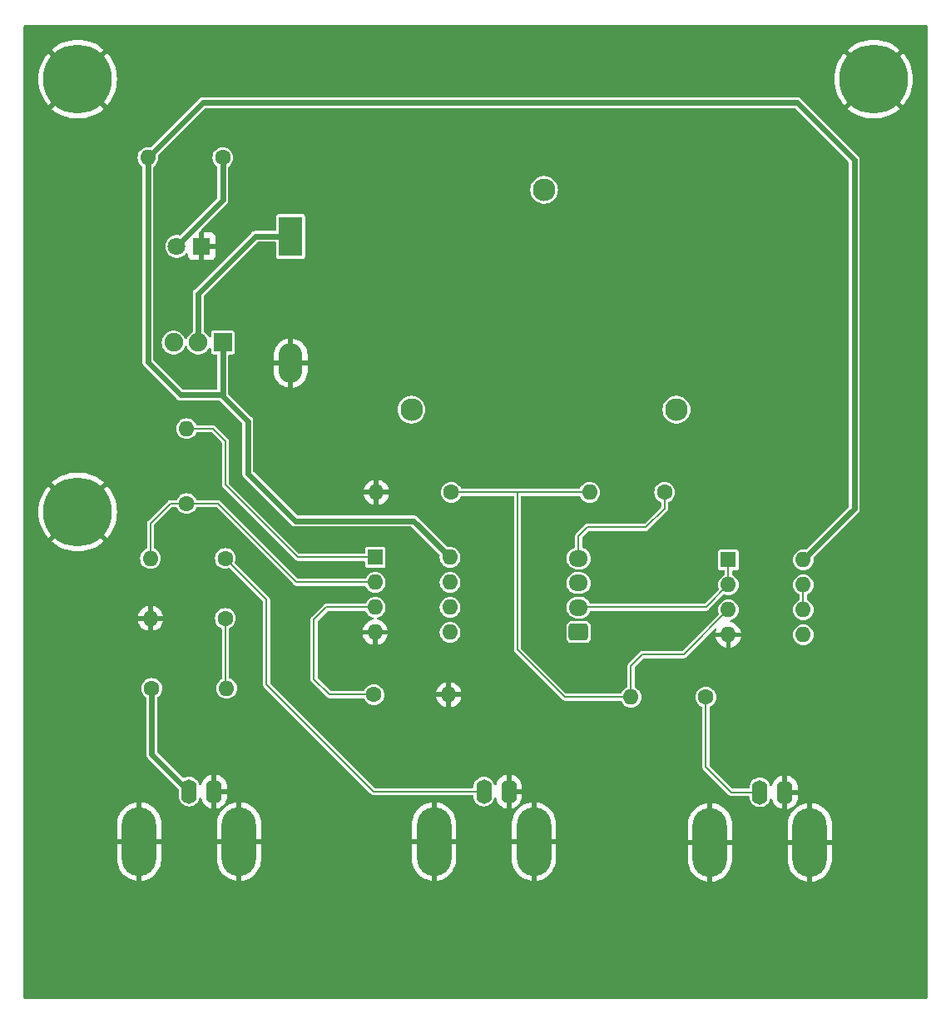
<source format=gtl>
%TF.GenerationSoftware,KiCad,Pcbnew,7.0.11-7.0.11~ubuntu22.04.1*%
%TF.CreationDate,2025-04-04T02:52:59+02:00*%
%TF.ProjectId,signal-conditioning-pcb,7369676e-616c-42d6-936f-6e646974696f,rev?*%
%TF.SameCoordinates,Original*%
%TF.FileFunction,Copper,L1,Top*%
%TF.FilePolarity,Positive*%
%FSLAX46Y46*%
G04 Gerber Fmt 4.6, Leading zero omitted, Abs format (unit mm)*
G04 Created by KiCad (PCBNEW 7.0.11-7.0.11~ubuntu22.04.1) date 2025-04-04 02:52:59*
%MOMM*%
%LPD*%
G01*
G04 APERTURE LIST*
G04 Aperture macros list*
%AMRoundRect*
0 Rectangle with rounded corners*
0 $1 Rounding radius*
0 $2 $3 $4 $5 $6 $7 $8 $9 X,Y pos of 4 corners*
0 Add a 4 corners polygon primitive as box body*
4,1,4,$2,$3,$4,$5,$6,$7,$8,$9,$2,$3,0*
0 Add four circle primitives for the rounded corners*
1,1,$1+$1,$2,$3*
1,1,$1+$1,$4,$5*
1,1,$1+$1,$6,$7*
1,1,$1+$1,$8,$9*
0 Add four rect primitives between the rounded corners*
20,1,$1+$1,$2,$3,$4,$5,0*
20,1,$1+$1,$4,$5,$6,$7,0*
20,1,$1+$1,$6,$7,$8,$9,0*
20,1,$1+$1,$8,$9,$2,$3,0*%
G04 Aperture macros list end*
%TA.AperFunction,ComponentPad*%
%ADD10RoundRect,0.250000X0.725000X-0.600000X0.725000X0.600000X-0.725000X0.600000X-0.725000X-0.600000X0*%
%TD*%
%TA.AperFunction,ComponentPad*%
%ADD11O,1.950000X1.700000*%
%TD*%
%TA.AperFunction,ComponentPad*%
%ADD12R,1.900000X1.900000*%
%TD*%
%TA.AperFunction,ComponentPad*%
%ADD13C,1.900000*%
%TD*%
%TA.AperFunction,WasherPad*%
%ADD14C,2.300000*%
%TD*%
%TA.AperFunction,ComponentPad*%
%ADD15R,2.410000X4.020000*%
%TD*%
%TA.AperFunction,ComponentPad*%
%ADD16O,2.410000X4.020000*%
%TD*%
%TA.AperFunction,ComponentPad*%
%ADD17C,7.000000*%
%TD*%
%TA.AperFunction,ComponentPad*%
%ADD18O,1.600000X2.500000*%
%TD*%
%TA.AperFunction,ComponentPad*%
%ADD19O,3.500000X7.000000*%
%TD*%
%TA.AperFunction,ComponentPad*%
%ADD20C,1.600000*%
%TD*%
%TA.AperFunction,ComponentPad*%
%ADD21O,1.600000X1.600000*%
%TD*%
%TA.AperFunction,ComponentPad*%
%ADD22R,1.600000X1.600000*%
%TD*%
%TA.AperFunction,ComponentPad*%
%ADD23R,1.800000X1.800000*%
%TD*%
%TA.AperFunction,ComponentPad*%
%ADD24C,1.800000*%
%TD*%
%TA.AperFunction,Conductor*%
%ADD25C,0.200000*%
%TD*%
%TA.AperFunction,Conductor*%
%ADD26C,0.600000*%
%TD*%
G04 APERTURE END LIST*
D10*
%TO.P,J5,1,Pin_1*%
%TO.N,V_penout*%
X150368000Y-94234000D03*
D11*
%TO.P,J5,2,Pin_2*%
%TO.N,V_hout*%
X150368000Y-91734000D03*
%TO.P,J5,3,Pin_3*%
%TO.N,V_vout*%
X150368000Y-89234000D03*
%TO.P,J5,4,Pin_4*%
%TO.N,3V3*%
X150368000Y-86734000D03*
%TD*%
D12*
%TO.P,S1,1*%
%TO.N,+9V*%
X114163000Y-64770000D03*
D13*
%TO.P,S1,2*%
%TO.N,Net-(BT1-+)*%
X111663000Y-64770000D03*
%TO.P,S1,3*%
%TO.N,unconnected-(S1-Pad3)*%
X109163000Y-64770000D03*
%TD*%
D14*
%TO.P,BT1,*%
%TO.N,*%
X133370000Y-71600000D03*
X146860000Y-49250000D03*
X160340000Y-71600000D03*
D15*
%TO.P,BT1,1,+*%
%TO.N,Net-(BT1-+)*%
X121080000Y-53980000D03*
D16*
%TO.P,BT1,2,-*%
%TO.N,GND*%
X121080000Y-66860000D03*
%TD*%
D17*
%TO.P,M1,1*%
%TO.N,GND*%
X99400000Y-38000000D03*
%TD*%
D18*
%TO.P,J3,1,In*%
%TO.N,V_penin*%
X110744000Y-110434000D03*
D19*
%TO.P,J3,2,Ext*%
%TO.N,GND*%
X115824000Y-115514000D03*
D18*
X113284000Y-110434000D03*
D19*
X105664000Y-115514000D03*
%TD*%
D18*
%TO.P,J1,1,In*%
%TO.N,V_hin*%
X168824000Y-110514000D03*
D19*
%TO.P,J1,2,Ext*%
%TO.N,GND*%
X173904000Y-115594000D03*
D18*
X171364000Y-110514000D03*
D19*
X163744000Y-115594000D03*
%TD*%
D20*
%TO.P,R4,1*%
%TO.N,V_penin*%
X106934000Y-99949000D03*
D21*
%TO.P,R4,2*%
%TO.N,Net-(U1B-+)*%
X114554000Y-99949000D03*
%TD*%
D20*
%TO.P,R8,1*%
%TO.N,3V3*%
X159131000Y-80010000D03*
D21*
%TO.P,R8,2*%
%TO.N,Net-(U1A-+)*%
X151511000Y-80010000D03*
%TD*%
D17*
%TO.P,M2,1*%
%TO.N,GND*%
X180400000Y-38000000D03*
%TD*%
D22*
%TO.P,U1,1*%
%TO.N,V_hout*%
X165618000Y-86878000D03*
D21*
%TO.P,U1,2,-*%
X165618000Y-89418000D03*
%TO.P,U1,3,+*%
%TO.N,Net-(U1A-+)*%
X165618000Y-91958000D03*
%TO.P,U1,4,V-*%
%TO.N,GND*%
X165618000Y-94498000D03*
%TO.P,U1,5,+*%
%TO.N,Net-(U1B-+)*%
X173238000Y-94498000D03*
%TO.P,U1,6,-*%
%TO.N,V_penout*%
X173238000Y-91958000D03*
%TO.P,U1,7*%
X173238000Y-89418000D03*
%TO.P,U1,8,V+*%
%TO.N,+9V*%
X173238000Y-86878000D03*
%TD*%
D20*
%TO.P,R6,1*%
%TO.N,V_vin*%
X114427000Y-86741000D03*
D21*
%TO.P,R6,2*%
%TO.N,Net-(U2A--)*%
X106807000Y-86741000D03*
%TD*%
D22*
%TO.P,U2,1*%
%TO.N,V_vout*%
X129677000Y-86624000D03*
D21*
%TO.P,U2,2,-*%
%TO.N,Net-(U2A--)*%
X129677000Y-89164000D03*
%TO.P,U2,3,+*%
%TO.N,Net-(U2A-+)*%
X129677000Y-91704000D03*
%TO.P,U2,4,V-*%
%TO.N,GND*%
X129677000Y-94244000D03*
%TO.P,U2,5,+*%
%TO.N,unconnected-(U2B-+-Pad5)*%
X137297000Y-94244000D03*
%TO.P,U2,6,-*%
%TO.N,unconnected-(U2B---Pad6)*%
X137297000Y-91704000D03*
%TO.P,U2,7*%
%TO.N,unconnected-(U2-Pad7)*%
X137297000Y-89164000D03*
%TO.P,U2,8,V+*%
%TO.N,+9V*%
X137297000Y-86624000D03*
%TD*%
D20*
%TO.P,R2,1*%
%TO.N,Net-(U1A-+)*%
X137414000Y-80010000D03*
D21*
%TO.P,R2,2*%
%TO.N,GND*%
X129794000Y-80010000D03*
%TD*%
D17*
%TO.P,M3,1*%
%TO.N,GND*%
X99400000Y-82000000D03*
%TD*%
D20*
%TO.P,R9,1*%
%TO.N,Net-(D1-A)*%
X114173000Y-45974000D03*
D21*
%TO.P,R9,2*%
%TO.N,+9V*%
X106553000Y-45974000D03*
%TD*%
D20*
%TO.P,R3,1*%
%TO.N,Net-(U2A--)*%
X110490000Y-81153000D03*
D21*
%TO.P,R3,2*%
%TO.N,V_vout*%
X110490000Y-73533000D03*
%TD*%
D20*
%TO.P,R5,1*%
%TO.N,Net-(U1B-+)*%
X114427000Y-92837000D03*
D21*
%TO.P,R5,2*%
%TO.N,GND*%
X106807000Y-92837000D03*
%TD*%
D20*
%TO.P,R1,1*%
%TO.N,V_hin*%
X163322000Y-100838000D03*
D21*
%TO.P,R1,2*%
%TO.N,Net-(U1A-+)*%
X155702000Y-100838000D03*
%TD*%
D20*
%TO.P,R7,1*%
%TO.N,Net-(U2A-+)*%
X129540000Y-100584000D03*
D21*
%TO.P,R7,2*%
%TO.N,GND*%
X137160000Y-100584000D03*
%TD*%
D23*
%TO.P,D1,1,K*%
%TO.N,GND*%
X112019000Y-54991000D03*
D24*
%TO.P,D1,2,A*%
%TO.N,Net-(D1-A)*%
X109479000Y-54991000D03*
%TD*%
D18*
%TO.P,J2,1,In*%
%TO.N,V_vin*%
X140744000Y-110434000D03*
D19*
%TO.P,J2,2,Ext*%
%TO.N,GND*%
X145824000Y-115514000D03*
D18*
X143284000Y-110434000D03*
D19*
X135664000Y-115514000D03*
%TD*%
D25*
%TO.N,3V3*%
X150368000Y-84455000D02*
X150368000Y-86734000D01*
D26*
%TO.N,+9V*%
X114163000Y-69987000D02*
X114163000Y-64770000D01*
X114046000Y-70104000D02*
X114163000Y-69987000D01*
%TO.N,Net-(BT1-+)*%
X117470000Y-53980000D02*
X111663000Y-59787000D01*
X111663000Y-59787000D02*
X111663000Y-64770000D01*
X121080000Y-53980000D02*
X117470000Y-53980000D01*
%TO.N,+9V*%
X111760000Y-70104000D02*
X109855000Y-70104000D01*
X114046000Y-70104000D02*
X111760000Y-70104000D01*
X137297000Y-86624000D02*
X133604000Y-82931000D01*
X133604000Y-82931000D02*
X121539000Y-82931000D01*
X121539000Y-82931000D02*
X116713000Y-78105000D01*
X116713000Y-78105000D02*
X116713000Y-72771000D01*
X109855000Y-70104000D02*
X106553000Y-66802000D01*
X116713000Y-72771000D02*
X114046000Y-70104000D01*
X106553000Y-66802000D02*
X106553000Y-45974000D01*
D25*
%TO.N,Net-(U1A-+)*%
X137414000Y-80010000D02*
X144145000Y-80010000D01*
X144145000Y-80010000D02*
X144653000Y-80010000D01*
X144145000Y-96012000D02*
X148971000Y-100838000D01*
X144145000Y-80010000D02*
X144145000Y-96012000D01*
X148971000Y-100838000D02*
X155702000Y-100838000D01*
D26*
%TO.N,+9V*%
X178435000Y-46228000D02*
X172593000Y-40386000D01*
X178435000Y-81681000D02*
X178435000Y-46228000D01*
D25*
X106543000Y-45984000D02*
X106553000Y-45974000D01*
D26*
X172593000Y-40386000D02*
X112141000Y-40386000D01*
X112141000Y-40386000D02*
X106553000Y-45974000D01*
X173238000Y-86878000D02*
X178435000Y-81681000D01*
D25*
%TO.N,V_vout*%
X113157000Y-73533000D02*
X114427000Y-74803000D01*
X110490000Y-73533000D02*
X113157000Y-73533000D01*
X114427000Y-74803000D02*
X114427000Y-79248000D01*
X114427000Y-79248000D02*
X121803000Y-86624000D01*
X121803000Y-86624000D02*
X129677000Y-86624000D01*
D26*
%TO.N,Net-(D1-A)*%
X114173000Y-50297000D02*
X109479000Y-54991000D01*
X114173000Y-45974000D02*
X114173000Y-50297000D01*
D25*
%TO.N,V_hin*%
X163322000Y-107950000D02*
X165886000Y-110514000D01*
X165886000Y-110514000D02*
X168824000Y-110514000D01*
X163322000Y-100838000D02*
X163322000Y-107950000D01*
%TO.N,Net-(U1A-+)*%
X155702000Y-100838000D02*
X155702000Y-97663000D01*
X155702000Y-97663000D02*
X156845000Y-96520000D01*
X156845000Y-96520000D02*
X161056000Y-96520000D01*
X144653000Y-80010000D02*
X151511000Y-80010000D01*
X161056000Y-96520000D02*
X165618000Y-91958000D01*
%TO.N,Net-(U2A--)*%
X106807000Y-83185000D02*
X108839000Y-81153000D01*
X121676000Y-89164000D02*
X129677000Y-89164000D01*
X106807000Y-86741000D02*
X106807000Y-83185000D01*
X108839000Y-81153000D02*
X110490000Y-81153000D01*
X110490000Y-81153000D02*
X113665000Y-81153000D01*
X113665000Y-81153000D02*
X121676000Y-89164000D01*
D26*
%TO.N,V_penin*%
X106934000Y-99949000D02*
X106934000Y-106624000D01*
X106934000Y-106624000D02*
X110744000Y-110434000D01*
D25*
%TO.N,Net-(U1B-+)*%
X114427000Y-92837000D02*
X114427000Y-99822000D01*
X114427000Y-99822000D02*
X114554000Y-99949000D01*
%TO.N,V_vin*%
X129484000Y-110434000D02*
X140744000Y-110434000D01*
X118618000Y-90932000D02*
X118618000Y-99568000D01*
X118618000Y-99568000D02*
X129484000Y-110434000D01*
X114427000Y-86741000D02*
X118618000Y-90932000D01*
%TO.N,Net-(U2A-+)*%
X124724000Y-91704000D02*
X129677000Y-91704000D01*
X129540000Y-91567000D02*
X129677000Y-91704000D01*
X125031500Y-100584000D02*
X123444000Y-98996500D01*
X124714000Y-91694000D02*
X124724000Y-91704000D01*
X123444000Y-92964000D02*
X124714000Y-91694000D01*
X123444000Y-98996500D02*
X123444000Y-92964000D01*
X129540000Y-100584000D02*
X125031500Y-100584000D01*
%TO.N,3V3*%
X150368000Y-84455000D02*
X151257000Y-83566000D01*
X157226000Y-83566000D02*
X159131000Y-81661000D01*
X151257000Y-83566000D02*
X157226000Y-83566000D01*
X159131000Y-81661000D02*
X159131000Y-80010000D01*
%TO.N,V_hout*%
X165618000Y-86878000D02*
X165618000Y-89418000D01*
X163342000Y-91694000D02*
X165618000Y-89418000D01*
X150368000Y-91694000D02*
X163342000Y-91694000D01*
%TO.N,V_penout*%
X173238000Y-89418000D02*
X173238000Y-91958000D01*
%TD*%
%TA.AperFunction,Conductor*%
%TO.N,GND*%
G36*
X185842539Y-32520185D02*
G01*
X185888294Y-32572989D01*
X185899500Y-32624500D01*
X185899500Y-131375500D01*
X185879815Y-131442539D01*
X185827011Y-131488294D01*
X185775500Y-131499500D01*
X94024500Y-131499500D01*
X93957461Y-131479815D01*
X93911706Y-131427011D01*
X93900500Y-131375500D01*
X93900500Y-117339236D01*
X103414000Y-117339236D01*
X103429084Y-117564564D01*
X103429086Y-117564573D01*
X103489083Y-117859758D01*
X103489087Y-117859773D01*
X103587901Y-118144343D01*
X103587903Y-118144346D01*
X103723759Y-118413198D01*
X103894254Y-118661564D01*
X104096314Y-118884971D01*
X104326361Y-119079464D01*
X104580271Y-119241554D01*
X104580273Y-119241555D01*
X104853514Y-119368351D01*
X104853528Y-119368356D01*
X105141234Y-119457605D01*
X105414000Y-119503614D01*
X105414000Y-116488625D01*
X105561801Y-116519000D01*
X105714967Y-116519000D01*
X105867348Y-116503504D01*
X105914000Y-116488867D01*
X105914000Y-119500207D01*
X106039076Y-119487624D01*
X106039079Y-119487623D01*
X106332107Y-119417791D01*
X106332116Y-119417789D01*
X106613216Y-119309525D01*
X106613231Y-119309518D01*
X106877395Y-119164751D01*
X106877401Y-119164747D01*
X107119911Y-118986064D01*
X107336451Y-118776644D01*
X107336457Y-118776637D01*
X107523145Y-118540231D01*
X107676657Y-118281051D01*
X107676666Y-118281033D01*
X107794260Y-118003716D01*
X107794265Y-118003699D01*
X107873848Y-117713173D01*
X107914000Y-117414616D01*
X107914000Y-117339236D01*
X113574000Y-117339236D01*
X113589084Y-117564564D01*
X113589086Y-117564573D01*
X113649083Y-117859758D01*
X113649087Y-117859773D01*
X113747901Y-118144343D01*
X113747903Y-118144346D01*
X113883759Y-118413198D01*
X114054254Y-118661564D01*
X114256314Y-118884971D01*
X114486361Y-119079464D01*
X114740271Y-119241554D01*
X114740273Y-119241555D01*
X115013514Y-119368351D01*
X115013528Y-119368356D01*
X115301234Y-119457605D01*
X115574000Y-119503614D01*
X115574000Y-116488625D01*
X115721801Y-116519000D01*
X115874967Y-116519000D01*
X116027348Y-116503504D01*
X116074000Y-116488867D01*
X116074000Y-119500207D01*
X116199076Y-119487624D01*
X116199079Y-119487623D01*
X116492107Y-119417791D01*
X116492116Y-119417789D01*
X116773216Y-119309525D01*
X116773231Y-119309518D01*
X117037395Y-119164751D01*
X117037401Y-119164747D01*
X117279911Y-118986064D01*
X117496451Y-118776644D01*
X117496457Y-118776637D01*
X117683145Y-118540231D01*
X117836657Y-118281051D01*
X117836666Y-118281033D01*
X117954260Y-118003716D01*
X117954265Y-118003699D01*
X118033848Y-117713173D01*
X118074000Y-117414616D01*
X118074000Y-117339236D01*
X133414000Y-117339236D01*
X133429084Y-117564564D01*
X133429086Y-117564573D01*
X133489083Y-117859758D01*
X133489087Y-117859773D01*
X133587901Y-118144343D01*
X133587903Y-118144346D01*
X133723759Y-118413198D01*
X133894254Y-118661564D01*
X134096314Y-118884971D01*
X134326361Y-119079464D01*
X134580271Y-119241554D01*
X134580273Y-119241555D01*
X134853514Y-119368351D01*
X134853528Y-119368356D01*
X135141234Y-119457605D01*
X135414000Y-119503614D01*
X135414000Y-116488625D01*
X135561801Y-116519000D01*
X135714967Y-116519000D01*
X135867348Y-116503504D01*
X135914000Y-116488867D01*
X135914000Y-119500207D01*
X136039076Y-119487624D01*
X136039079Y-119487623D01*
X136332107Y-119417791D01*
X136332116Y-119417789D01*
X136613216Y-119309525D01*
X136613231Y-119309518D01*
X136877395Y-119164751D01*
X136877401Y-119164747D01*
X137119911Y-118986064D01*
X137336451Y-118776644D01*
X137336457Y-118776637D01*
X137523145Y-118540231D01*
X137676657Y-118281051D01*
X137676666Y-118281033D01*
X137794260Y-118003716D01*
X137794265Y-118003699D01*
X137873848Y-117713173D01*
X137914000Y-117414616D01*
X137914000Y-117339236D01*
X143574000Y-117339236D01*
X143589084Y-117564564D01*
X143589086Y-117564573D01*
X143649083Y-117859758D01*
X143649087Y-117859773D01*
X143747901Y-118144343D01*
X143747903Y-118144346D01*
X143883759Y-118413198D01*
X144054254Y-118661564D01*
X144256314Y-118884971D01*
X144486361Y-119079464D01*
X144740271Y-119241554D01*
X144740273Y-119241555D01*
X145013514Y-119368351D01*
X145013528Y-119368356D01*
X145301234Y-119457605D01*
X145574000Y-119503614D01*
X145574000Y-116488625D01*
X145721801Y-116519000D01*
X145874967Y-116519000D01*
X146027348Y-116503504D01*
X146074000Y-116488867D01*
X146074000Y-119500207D01*
X146199076Y-119487624D01*
X146199079Y-119487623D01*
X146492107Y-119417791D01*
X146492116Y-119417789D01*
X146773216Y-119309525D01*
X146773231Y-119309518D01*
X147037395Y-119164751D01*
X147037401Y-119164747D01*
X147279911Y-118986064D01*
X147496451Y-118776644D01*
X147496457Y-118776637D01*
X147683145Y-118540231D01*
X147836657Y-118281051D01*
X147836666Y-118281033D01*
X147954260Y-118003716D01*
X147954265Y-118003699D01*
X148033848Y-117713173D01*
X148073379Y-117419236D01*
X161494000Y-117419236D01*
X161509084Y-117644564D01*
X161509086Y-117644573D01*
X161569083Y-117939758D01*
X161569087Y-117939773D01*
X161667901Y-118224343D01*
X161667903Y-118224346D01*
X161803759Y-118493198D01*
X161974254Y-118741564D01*
X162176314Y-118964971D01*
X162406361Y-119159464D01*
X162660271Y-119321554D01*
X162660273Y-119321555D01*
X162933514Y-119448351D01*
X162933528Y-119448356D01*
X163221234Y-119537605D01*
X163494000Y-119583614D01*
X163494000Y-116568625D01*
X163641801Y-116599000D01*
X163794967Y-116599000D01*
X163947348Y-116583504D01*
X163994000Y-116568867D01*
X163994000Y-119580207D01*
X164119076Y-119567624D01*
X164119079Y-119567623D01*
X164412107Y-119497791D01*
X164412116Y-119497789D01*
X164693216Y-119389525D01*
X164693231Y-119389518D01*
X164957395Y-119244751D01*
X164957401Y-119244747D01*
X165199911Y-119066064D01*
X165416451Y-118856644D01*
X165416457Y-118856637D01*
X165603145Y-118620231D01*
X165756657Y-118361051D01*
X165756666Y-118361033D01*
X165874260Y-118083716D01*
X165874265Y-118083699D01*
X165953848Y-117793173D01*
X165994000Y-117494616D01*
X165994000Y-117419236D01*
X171654000Y-117419236D01*
X171669084Y-117644564D01*
X171669086Y-117644573D01*
X171729083Y-117939758D01*
X171729087Y-117939773D01*
X171827901Y-118224343D01*
X171827903Y-118224346D01*
X171963759Y-118493198D01*
X172134254Y-118741564D01*
X172336314Y-118964971D01*
X172566361Y-119159464D01*
X172820271Y-119321554D01*
X172820273Y-119321555D01*
X173093514Y-119448351D01*
X173093528Y-119448356D01*
X173381234Y-119537605D01*
X173654000Y-119583614D01*
X173654000Y-116568625D01*
X173801801Y-116599000D01*
X173954967Y-116599000D01*
X174107348Y-116583504D01*
X174154000Y-116568867D01*
X174154000Y-119580207D01*
X174279076Y-119567624D01*
X174279079Y-119567623D01*
X174572107Y-119497791D01*
X174572116Y-119497789D01*
X174853216Y-119389525D01*
X174853231Y-119389518D01*
X175117395Y-119244751D01*
X175117401Y-119244747D01*
X175359911Y-119066064D01*
X175576451Y-118856644D01*
X175576457Y-118856637D01*
X175763145Y-118620231D01*
X175916657Y-118361051D01*
X175916666Y-118361033D01*
X176034260Y-118083716D01*
X176034265Y-118083699D01*
X176113848Y-117793173D01*
X176154000Y-117494616D01*
X176154000Y-115844000D01*
X174877411Y-115844000D01*
X174902534Y-115746970D01*
X174912886Y-115542835D01*
X174882426Y-115344000D01*
X176154000Y-115344000D01*
X176154000Y-113768763D01*
X176138915Y-113543435D01*
X176138913Y-113543426D01*
X176078916Y-113248241D01*
X176078912Y-113248226D01*
X175980098Y-112963656D01*
X175980096Y-112963653D01*
X175844240Y-112694801D01*
X175673745Y-112446435D01*
X175471685Y-112223028D01*
X175241638Y-112028535D01*
X174987728Y-111866445D01*
X174987726Y-111866444D01*
X174714485Y-111739648D01*
X174714471Y-111739643D01*
X174426765Y-111650394D01*
X174154000Y-111604384D01*
X174154000Y-114619374D01*
X174006199Y-114589000D01*
X173853033Y-114589000D01*
X173700652Y-114604496D01*
X173654000Y-114619132D01*
X173654000Y-111607792D01*
X173528922Y-111620375D01*
X173528920Y-111620376D01*
X173235892Y-111690208D01*
X173235883Y-111690210D01*
X172954783Y-111798474D01*
X172954768Y-111798481D01*
X172690604Y-111943248D01*
X172690598Y-111943252D01*
X172448088Y-112121935D01*
X172231548Y-112331355D01*
X172231542Y-112331362D01*
X172044854Y-112567768D01*
X171891342Y-112826948D01*
X171891333Y-112826966D01*
X171773739Y-113104283D01*
X171773734Y-113104300D01*
X171694151Y-113394826D01*
X171654000Y-113693383D01*
X171654000Y-115344000D01*
X172930589Y-115344000D01*
X172905466Y-115441030D01*
X172895114Y-115645165D01*
X172925574Y-115844000D01*
X171654000Y-115844000D01*
X171654000Y-117419236D01*
X165994000Y-117419236D01*
X165994000Y-115844000D01*
X164717411Y-115844000D01*
X164742534Y-115746970D01*
X164752886Y-115542835D01*
X164722426Y-115344000D01*
X165994000Y-115344000D01*
X165994000Y-113768763D01*
X165978915Y-113543435D01*
X165978913Y-113543426D01*
X165918916Y-113248241D01*
X165918912Y-113248226D01*
X165820098Y-112963656D01*
X165820096Y-112963653D01*
X165684240Y-112694801D01*
X165513745Y-112446435D01*
X165311685Y-112223028D01*
X165081638Y-112028535D01*
X164827728Y-111866445D01*
X164827726Y-111866444D01*
X164554485Y-111739648D01*
X164554471Y-111739643D01*
X164266765Y-111650394D01*
X163994000Y-111604384D01*
X163994000Y-114619374D01*
X163846199Y-114589000D01*
X163693033Y-114589000D01*
X163540652Y-114604496D01*
X163494000Y-114619132D01*
X163494000Y-111607792D01*
X163368922Y-111620375D01*
X163368920Y-111620376D01*
X163075892Y-111690208D01*
X163075883Y-111690210D01*
X162794783Y-111798474D01*
X162794768Y-111798481D01*
X162530604Y-111943248D01*
X162530598Y-111943252D01*
X162288088Y-112121935D01*
X162071548Y-112331355D01*
X162071542Y-112331362D01*
X161884854Y-112567768D01*
X161731342Y-112826948D01*
X161731333Y-112826966D01*
X161613739Y-113104283D01*
X161613734Y-113104300D01*
X161534151Y-113394826D01*
X161494000Y-113693383D01*
X161494000Y-115344000D01*
X162770589Y-115344000D01*
X162745466Y-115441030D01*
X162735114Y-115645165D01*
X162765574Y-115844000D01*
X161494000Y-115844000D01*
X161494000Y-117419236D01*
X148073379Y-117419236D01*
X148074000Y-117414616D01*
X148074000Y-115764000D01*
X146797411Y-115764000D01*
X146822534Y-115666970D01*
X146832886Y-115462835D01*
X146802426Y-115264000D01*
X148074000Y-115264000D01*
X148074000Y-113688763D01*
X148058915Y-113463435D01*
X148058913Y-113463426D01*
X147998916Y-113168241D01*
X147998912Y-113168226D01*
X147900098Y-112883656D01*
X147900096Y-112883653D01*
X147764240Y-112614801D01*
X147593745Y-112366435D01*
X147391685Y-112143028D01*
X147161638Y-111948535D01*
X146907728Y-111786445D01*
X146907726Y-111786444D01*
X146634485Y-111659648D01*
X146634471Y-111659643D01*
X146346765Y-111570394D01*
X146074000Y-111524384D01*
X146074000Y-114539374D01*
X145926199Y-114509000D01*
X145773033Y-114509000D01*
X145620652Y-114524496D01*
X145574000Y-114539132D01*
X145574000Y-111527792D01*
X145448922Y-111540375D01*
X145448920Y-111540376D01*
X145155892Y-111610208D01*
X145155883Y-111610210D01*
X144874783Y-111718474D01*
X144874768Y-111718481D01*
X144610604Y-111863248D01*
X144610598Y-111863252D01*
X144368088Y-112041935D01*
X144151548Y-112251355D01*
X144151542Y-112251362D01*
X143964854Y-112487768D01*
X143811342Y-112746948D01*
X143811333Y-112746966D01*
X143693739Y-113024283D01*
X143693734Y-113024300D01*
X143614151Y-113314826D01*
X143574000Y-113613383D01*
X143574000Y-115264000D01*
X144850589Y-115264000D01*
X144825466Y-115361030D01*
X144815114Y-115565165D01*
X144845574Y-115764000D01*
X143574000Y-115764000D01*
X143574000Y-117339236D01*
X137914000Y-117339236D01*
X137914000Y-115764000D01*
X136637411Y-115764000D01*
X136662534Y-115666970D01*
X136672886Y-115462835D01*
X136642426Y-115264000D01*
X137914000Y-115264000D01*
X137914000Y-113688763D01*
X137898915Y-113463435D01*
X137898913Y-113463426D01*
X137838916Y-113168241D01*
X137838912Y-113168226D01*
X137740098Y-112883656D01*
X137740096Y-112883653D01*
X137604240Y-112614801D01*
X137433745Y-112366435D01*
X137231685Y-112143028D01*
X137001638Y-111948535D01*
X136747728Y-111786445D01*
X136747726Y-111786444D01*
X136474485Y-111659648D01*
X136474471Y-111659643D01*
X136186765Y-111570394D01*
X135914000Y-111524384D01*
X135914000Y-114539374D01*
X135766199Y-114509000D01*
X135613033Y-114509000D01*
X135460652Y-114524496D01*
X135414000Y-114539132D01*
X135414000Y-111527792D01*
X135288922Y-111540375D01*
X135288920Y-111540376D01*
X134995892Y-111610208D01*
X134995883Y-111610210D01*
X134714783Y-111718474D01*
X134714768Y-111718481D01*
X134450604Y-111863248D01*
X134450598Y-111863252D01*
X134208088Y-112041935D01*
X133991548Y-112251355D01*
X133991542Y-112251362D01*
X133804854Y-112487768D01*
X133651342Y-112746948D01*
X133651333Y-112746966D01*
X133533739Y-113024283D01*
X133533734Y-113024300D01*
X133454151Y-113314826D01*
X133414000Y-113613383D01*
X133414000Y-115264000D01*
X134690589Y-115264000D01*
X134665466Y-115361030D01*
X134655114Y-115565165D01*
X134685574Y-115764000D01*
X133414000Y-115764000D01*
X133414000Y-117339236D01*
X118074000Y-117339236D01*
X118074000Y-115764000D01*
X116797411Y-115764000D01*
X116822534Y-115666970D01*
X116832886Y-115462835D01*
X116802426Y-115264000D01*
X118074000Y-115264000D01*
X118074000Y-113688763D01*
X118058915Y-113463435D01*
X118058913Y-113463426D01*
X117998916Y-113168241D01*
X117998912Y-113168226D01*
X117900098Y-112883656D01*
X117900096Y-112883653D01*
X117764240Y-112614801D01*
X117593745Y-112366435D01*
X117391685Y-112143028D01*
X117161638Y-111948535D01*
X116907728Y-111786445D01*
X116907726Y-111786444D01*
X116634485Y-111659648D01*
X116634471Y-111659643D01*
X116346765Y-111570394D01*
X116074000Y-111524384D01*
X116074000Y-114539374D01*
X115926199Y-114509000D01*
X115773033Y-114509000D01*
X115620652Y-114524496D01*
X115574000Y-114539132D01*
X115574000Y-111527792D01*
X115448922Y-111540375D01*
X115448920Y-111540376D01*
X115155892Y-111610208D01*
X115155883Y-111610210D01*
X114874783Y-111718474D01*
X114874768Y-111718481D01*
X114610604Y-111863248D01*
X114610598Y-111863252D01*
X114368088Y-112041935D01*
X114151548Y-112251355D01*
X114151542Y-112251362D01*
X113964854Y-112487768D01*
X113811342Y-112746948D01*
X113811333Y-112746966D01*
X113693739Y-113024283D01*
X113693734Y-113024300D01*
X113614151Y-113314826D01*
X113574000Y-113613383D01*
X113574000Y-115264000D01*
X114850589Y-115264000D01*
X114825466Y-115361030D01*
X114815114Y-115565165D01*
X114845574Y-115764000D01*
X113574000Y-115764000D01*
X113574000Y-117339236D01*
X107914000Y-117339236D01*
X107914000Y-115764000D01*
X106637411Y-115764000D01*
X106662534Y-115666970D01*
X106672886Y-115462835D01*
X106642426Y-115264000D01*
X107914000Y-115264000D01*
X107914000Y-113688763D01*
X107898915Y-113463435D01*
X107898913Y-113463426D01*
X107838916Y-113168241D01*
X107838912Y-113168226D01*
X107740098Y-112883656D01*
X107740096Y-112883653D01*
X107604240Y-112614801D01*
X107433745Y-112366435D01*
X107231685Y-112143028D01*
X107001638Y-111948535D01*
X106747728Y-111786445D01*
X106747726Y-111786444D01*
X106474485Y-111659648D01*
X106474471Y-111659643D01*
X106186765Y-111570394D01*
X105914000Y-111524384D01*
X105914000Y-114539374D01*
X105766199Y-114509000D01*
X105613033Y-114509000D01*
X105460652Y-114524496D01*
X105414000Y-114539132D01*
X105414000Y-111527792D01*
X105288922Y-111540375D01*
X105288920Y-111540376D01*
X104995892Y-111610208D01*
X104995883Y-111610210D01*
X104714783Y-111718474D01*
X104714768Y-111718481D01*
X104450604Y-111863248D01*
X104450598Y-111863252D01*
X104208088Y-112041935D01*
X103991548Y-112251355D01*
X103991542Y-112251362D01*
X103804854Y-112487768D01*
X103651342Y-112746948D01*
X103651333Y-112746966D01*
X103533739Y-113024283D01*
X103533734Y-113024300D01*
X103454151Y-113314826D01*
X103414000Y-113613383D01*
X103414000Y-115264000D01*
X104690589Y-115264000D01*
X104665466Y-115361030D01*
X104655114Y-115565165D01*
X104685574Y-115764000D01*
X103414000Y-115764000D01*
X103414000Y-117339236D01*
X93900500Y-117339236D01*
X93900500Y-99949000D01*
X105874398Y-99949000D01*
X105894757Y-100155716D01*
X105955056Y-100354496D01*
X106052969Y-100537677D01*
X106052974Y-100537684D01*
X106184747Y-100698251D01*
X106334164Y-100820874D01*
X106373499Y-100878620D01*
X106379500Y-100916728D01*
X106379500Y-106612409D01*
X106379428Y-106616642D01*
X106377221Y-106681241D01*
X106387032Y-106721501D01*
X106389402Y-106733971D01*
X106395043Y-106775008D01*
X106402273Y-106791654D01*
X106409011Y-106811690D01*
X106413311Y-106829332D01*
X106413312Y-106829335D01*
X106433614Y-106865443D01*
X106439261Y-106876812D01*
X106455769Y-106914817D01*
X106455772Y-106914821D01*
X106467227Y-106928902D01*
X106479121Y-106946377D01*
X106488017Y-106962197D01*
X106488021Y-106962203D01*
X106517309Y-106991490D01*
X106525817Y-107000917D01*
X106551963Y-107033055D01*
X106551966Y-107033058D01*
X106566795Y-107043525D01*
X106582966Y-107057147D01*
X109653181Y-110127362D01*
X109686666Y-110188685D01*
X109689500Y-110215043D01*
X109689500Y-110935797D01*
X109704757Y-111090716D01*
X109765056Y-111289496D01*
X109862969Y-111472677D01*
X109862974Y-111472684D01*
X109994747Y-111633252D01*
X110092229Y-111713252D01*
X110155317Y-111765027D01*
X110155320Y-111765028D01*
X110155322Y-111765030D01*
X110338503Y-111862943D01*
X110338505Y-111862943D01*
X110338508Y-111862945D01*
X110537282Y-111923242D01*
X110744000Y-111943602D01*
X110950718Y-111923242D01*
X111149492Y-111862945D01*
X111183009Y-111845030D01*
X111222768Y-111823777D01*
X111332683Y-111765027D01*
X111493252Y-111633252D01*
X111625027Y-111472683D01*
X111722945Y-111289492D01*
X111768852Y-111138155D01*
X111807149Y-111079718D01*
X111870961Y-111051262D01*
X111940028Y-111061822D01*
X111992421Y-111108046D01*
X112007287Y-111142058D01*
X112057731Y-111330320D01*
X112057734Y-111330326D01*
X112153865Y-111536482D01*
X112284342Y-111722820D01*
X112445179Y-111883657D01*
X112631517Y-112014134D01*
X112837673Y-112110265D01*
X112837682Y-112110269D01*
X113033999Y-112162872D01*
X113034000Y-112162871D01*
X113034000Y-110802137D01*
X113088741Y-110839459D01*
X113216927Y-110879000D01*
X113317346Y-110879000D01*
X113416647Y-110864033D01*
X113534000Y-110807518D01*
X113534000Y-112162872D01*
X113730317Y-112110269D01*
X113730326Y-112110265D01*
X113936482Y-112014134D01*
X114122820Y-111883657D01*
X114283657Y-111722820D01*
X114414134Y-111536482D01*
X114510265Y-111330326D01*
X114510269Y-111330317D01*
X114569139Y-111110610D01*
X114569141Y-111110599D01*
X114583999Y-110940766D01*
X114584000Y-110940764D01*
X114584000Y-110684000D01*
X113653503Y-110684000D01*
X113702917Y-110598413D01*
X113732768Y-110467630D01*
X113722743Y-110333860D01*
X113673734Y-110208987D01*
X113653807Y-110184000D01*
X114584000Y-110184000D01*
X114584000Y-109927236D01*
X114583999Y-109927233D01*
X114569141Y-109757400D01*
X114569139Y-109757389D01*
X114510269Y-109537682D01*
X114510265Y-109537673D01*
X114414134Y-109331517D01*
X114283657Y-109145179D01*
X114122820Y-108984342D01*
X113936482Y-108853865D01*
X113730328Y-108757734D01*
X113534000Y-108705127D01*
X113534000Y-110065862D01*
X113479259Y-110028541D01*
X113351073Y-109989000D01*
X113250654Y-109989000D01*
X113151353Y-110003967D01*
X113034000Y-110060481D01*
X113034000Y-108705127D01*
X112837671Y-108757734D01*
X112631517Y-108853865D01*
X112445179Y-108984342D01*
X112284342Y-109145179D01*
X112153865Y-109331517D01*
X112057734Y-109537673D01*
X112057731Y-109537679D01*
X112007287Y-109725941D01*
X111970922Y-109785601D01*
X111908075Y-109816130D01*
X111838699Y-109807835D01*
X111784821Y-109763350D01*
X111768851Y-109729842D01*
X111767668Y-109725941D01*
X111722945Y-109578508D01*
X111722943Y-109578505D01*
X111722943Y-109578503D01*
X111625030Y-109395322D01*
X111625028Y-109395320D01*
X111625027Y-109395317D01*
X111558905Y-109314747D01*
X111493252Y-109234747D01*
X111332684Y-109102974D01*
X111332677Y-109102969D01*
X111149496Y-109005056D01*
X110950716Y-108944757D01*
X110744000Y-108924398D01*
X110537283Y-108944757D01*
X110338505Y-109005056D01*
X110263687Y-109045048D01*
X110195284Y-109059290D01*
X110130040Y-109034290D01*
X110117552Y-109023371D01*
X107524819Y-106430638D01*
X107491334Y-106369315D01*
X107488500Y-106342957D01*
X107488500Y-100916728D01*
X107508185Y-100849689D01*
X107533836Y-100820874D01*
X107570581Y-100790718D01*
X107683252Y-100698252D01*
X107815027Y-100537683D01*
X107900763Y-100377283D01*
X107912943Y-100354496D01*
X107912943Y-100354495D01*
X107912945Y-100354492D01*
X107973242Y-100155718D01*
X107993602Y-99949000D01*
X107973242Y-99742282D01*
X107912945Y-99543508D01*
X107912943Y-99543505D01*
X107912943Y-99543503D01*
X107815030Y-99360322D01*
X107815028Y-99360320D01*
X107815027Y-99360317D01*
X107726420Y-99252348D01*
X107683252Y-99199747D01*
X107522684Y-99067974D01*
X107522677Y-99067969D01*
X107339496Y-98970056D01*
X107140716Y-98909757D01*
X106934000Y-98889398D01*
X106727283Y-98909757D01*
X106528503Y-98970056D01*
X106345322Y-99067969D01*
X106345315Y-99067974D01*
X106184747Y-99199747D01*
X106052974Y-99360315D01*
X106052969Y-99360322D01*
X105955056Y-99543503D01*
X105894757Y-99742283D01*
X105874398Y-99949000D01*
X93900500Y-99949000D01*
X93900500Y-92586999D01*
X105528127Y-92586999D01*
X105528128Y-92587000D01*
X106491314Y-92587000D01*
X106479359Y-92598955D01*
X106421835Y-92711852D01*
X106402014Y-92837000D01*
X106421835Y-92962148D01*
X106479359Y-93075045D01*
X106491314Y-93087000D01*
X105528128Y-93087000D01*
X105580730Y-93283317D01*
X105580734Y-93283326D01*
X105676865Y-93489482D01*
X105807342Y-93675820D01*
X105968179Y-93836657D01*
X106154517Y-93967134D01*
X106360673Y-94063265D01*
X106360682Y-94063269D01*
X106556999Y-94115872D01*
X106557000Y-94115871D01*
X106557000Y-93152686D01*
X106568955Y-93164641D01*
X106681852Y-93222165D01*
X106775519Y-93237000D01*
X106838481Y-93237000D01*
X106932148Y-93222165D01*
X107045045Y-93164641D01*
X107057000Y-93152686D01*
X107057000Y-94115872D01*
X107253317Y-94063269D01*
X107253326Y-94063265D01*
X107459482Y-93967134D01*
X107645820Y-93836657D01*
X107806657Y-93675820D01*
X107937134Y-93489482D01*
X108033265Y-93283326D01*
X108033269Y-93283317D01*
X108085872Y-93087000D01*
X107122686Y-93087000D01*
X107134641Y-93075045D01*
X107192165Y-92962148D01*
X107211986Y-92837000D01*
X113367398Y-92837000D01*
X113387757Y-93043716D01*
X113448056Y-93242496D01*
X113545969Y-93425677D01*
X113545974Y-93425684D01*
X113677747Y-93586252D01*
X113761902Y-93655315D01*
X113838317Y-93718027D01*
X113838320Y-93718028D01*
X113838322Y-93718030D01*
X113951372Y-93778456D01*
X113987340Y-93797682D01*
X114006953Y-93808165D01*
X114056797Y-93857127D01*
X114072500Y-93917523D01*
X114072500Y-98936359D01*
X114052815Y-99003398D01*
X114006955Y-99045716D01*
X113965315Y-99067973D01*
X113804747Y-99199747D01*
X113672974Y-99360315D01*
X113672969Y-99360322D01*
X113575056Y-99543503D01*
X113514757Y-99742283D01*
X113494398Y-99949000D01*
X113514757Y-100155716D01*
X113575056Y-100354496D01*
X113672969Y-100537677D01*
X113672974Y-100537684D01*
X113804747Y-100698252D01*
X113916483Y-100789950D01*
X113965317Y-100830027D01*
X113965320Y-100830028D01*
X113965322Y-100830030D01*
X114148503Y-100927943D01*
X114148505Y-100927943D01*
X114148508Y-100927945D01*
X114347282Y-100988242D01*
X114554000Y-101008602D01*
X114760718Y-100988242D01*
X114959492Y-100927945D01*
X114980478Y-100916728D01*
X115113739Y-100845498D01*
X115142683Y-100830027D01*
X115303252Y-100698252D01*
X115435027Y-100537683D01*
X115520763Y-100377283D01*
X115532943Y-100354496D01*
X115532943Y-100354495D01*
X115532945Y-100354492D01*
X115593242Y-100155718D01*
X115613602Y-99949000D01*
X115593242Y-99742282D01*
X115532945Y-99543508D01*
X115532943Y-99543505D01*
X115532943Y-99543503D01*
X115435030Y-99360322D01*
X115435028Y-99360320D01*
X115435027Y-99360317D01*
X115346420Y-99252348D01*
X115303252Y-99199747D01*
X115142684Y-99067974D01*
X115142677Y-99067969D01*
X114959497Y-98970057D01*
X114959494Y-98970056D01*
X114959492Y-98970055D01*
X114869502Y-98942757D01*
X114811066Y-98904460D01*
X114782609Y-98840648D01*
X114781500Y-98824097D01*
X114781500Y-93917523D01*
X114801185Y-93850484D01*
X114847047Y-93808165D01*
X115015683Y-93718027D01*
X115176252Y-93586252D01*
X115308027Y-93425683D01*
X115405945Y-93242492D01*
X115466242Y-93043718D01*
X115486602Y-92837000D01*
X115466242Y-92630282D01*
X115405945Y-92431508D01*
X115405943Y-92431505D01*
X115405943Y-92431503D01*
X115308030Y-92248322D01*
X115308028Y-92248320D01*
X115308027Y-92248317D01*
X115255668Y-92184517D01*
X115176252Y-92087747D01*
X115015684Y-91955974D01*
X115015677Y-91955969D01*
X114832496Y-91858056D01*
X114633716Y-91797757D01*
X114427000Y-91777398D01*
X114220283Y-91797757D01*
X114021503Y-91858056D01*
X113838322Y-91955969D01*
X113838315Y-91955974D01*
X113677747Y-92087747D01*
X113545974Y-92248315D01*
X113545969Y-92248322D01*
X113448056Y-92431503D01*
X113387757Y-92630283D01*
X113367398Y-92837000D01*
X107211986Y-92837000D01*
X107192165Y-92711852D01*
X107134641Y-92598955D01*
X107122686Y-92587000D01*
X108085872Y-92587000D01*
X108085872Y-92586999D01*
X108033269Y-92390682D01*
X108033265Y-92390673D01*
X107937134Y-92184517D01*
X107806657Y-91998179D01*
X107645820Y-91837342D01*
X107459482Y-91706865D01*
X107253328Y-91610734D01*
X107057000Y-91558127D01*
X107057000Y-92521314D01*
X107045045Y-92509359D01*
X106932148Y-92451835D01*
X106838481Y-92437000D01*
X106775519Y-92437000D01*
X106681852Y-92451835D01*
X106568955Y-92509359D01*
X106557000Y-92521314D01*
X106557000Y-91558127D01*
X106360671Y-91610734D01*
X106154517Y-91706865D01*
X105968179Y-91837342D01*
X105807342Y-91998179D01*
X105676865Y-92184517D01*
X105580734Y-92390673D01*
X105580730Y-92390682D01*
X105528127Y-92586999D01*
X93900500Y-92586999D01*
X93900500Y-86741000D01*
X105747398Y-86741000D01*
X105767757Y-86947716D01*
X105828056Y-87146496D01*
X105925969Y-87329677D01*
X105925974Y-87329684D01*
X106057747Y-87490252D01*
X106114713Y-87537002D01*
X106218317Y-87622027D01*
X106218320Y-87622028D01*
X106218322Y-87622030D01*
X106401503Y-87719943D01*
X106401505Y-87719943D01*
X106401508Y-87719945D01*
X106600282Y-87780242D01*
X106807000Y-87800602D01*
X107013718Y-87780242D01*
X107212492Y-87719945D01*
X107244069Y-87703067D01*
X107318575Y-87663242D01*
X107395683Y-87622027D01*
X107556252Y-87490252D01*
X107688027Y-87329683D01*
X107785945Y-87146492D01*
X107846242Y-86947718D01*
X107866602Y-86741000D01*
X113367398Y-86741000D01*
X113387757Y-86947716D01*
X113448056Y-87146496D01*
X113545969Y-87329677D01*
X113545974Y-87329684D01*
X113677747Y-87490252D01*
X113734713Y-87537002D01*
X113838317Y-87622027D01*
X113838320Y-87622028D01*
X113838322Y-87622030D01*
X114021503Y-87719943D01*
X114021505Y-87719943D01*
X114021508Y-87719945D01*
X114220282Y-87780242D01*
X114427000Y-87800602D01*
X114633718Y-87780242D01*
X114816701Y-87724734D01*
X114886565Y-87724111D01*
X114940375Y-87755714D01*
X118227181Y-91042520D01*
X118260666Y-91103843D01*
X118263500Y-91130201D01*
X118263500Y-99518373D01*
X118260861Y-99543817D01*
X118258905Y-99553145D01*
X118258905Y-99553148D01*
X118262548Y-99582373D01*
X118263418Y-99596394D01*
X118263499Y-99597377D01*
X118266703Y-99616577D01*
X118267441Y-99621643D01*
X118273538Y-99670551D01*
X118275652Y-99677653D01*
X118278071Y-99684698D01*
X118301516Y-99728022D01*
X118303860Y-99732575D01*
X118325500Y-99776838D01*
X118329827Y-99782899D01*
X118334379Y-99788747D01*
X118370633Y-99822121D01*
X118374331Y-99825670D01*
X129198235Y-110649573D01*
X129214360Y-110669429D01*
X129219576Y-110677412D01*
X129219579Y-110677416D01*
X129219583Y-110677419D01*
X129242824Y-110695509D01*
X129253334Y-110704790D01*
X129254103Y-110705441D01*
X129269965Y-110716767D01*
X129274074Y-110719831D01*
X129298719Y-110739013D01*
X129312944Y-110750085D01*
X129312948Y-110750086D01*
X129319490Y-110753626D01*
X129326149Y-110756882D01*
X129326152Y-110756884D01*
X129373421Y-110770956D01*
X129378193Y-110772484D01*
X129424844Y-110788500D01*
X129424849Y-110788500D01*
X129432184Y-110789724D01*
X129439542Y-110790641D01*
X129439545Y-110790642D01*
X129439547Y-110790641D01*
X129439548Y-110790642D01*
X129476040Y-110789132D01*
X129488774Y-110788605D01*
X129493897Y-110788500D01*
X139565500Y-110788500D01*
X139632539Y-110808185D01*
X139678294Y-110860989D01*
X139689500Y-110912500D01*
X139689500Y-110935797D01*
X139704757Y-111090716D01*
X139765056Y-111289496D01*
X139862969Y-111472677D01*
X139862974Y-111472684D01*
X139994747Y-111633252D01*
X140092229Y-111713252D01*
X140155317Y-111765027D01*
X140155320Y-111765028D01*
X140155322Y-111765030D01*
X140338503Y-111862943D01*
X140338505Y-111862943D01*
X140338508Y-111862945D01*
X140537282Y-111923242D01*
X140744000Y-111943602D01*
X140950718Y-111923242D01*
X141149492Y-111862945D01*
X141183009Y-111845030D01*
X141222768Y-111823777D01*
X141332683Y-111765027D01*
X141493252Y-111633252D01*
X141625027Y-111472683D01*
X141722945Y-111289492D01*
X141768852Y-111138155D01*
X141807149Y-111079718D01*
X141870961Y-111051262D01*
X141940028Y-111061822D01*
X141992421Y-111108046D01*
X142007287Y-111142058D01*
X142057731Y-111330320D01*
X142057734Y-111330326D01*
X142153865Y-111536482D01*
X142284342Y-111722820D01*
X142445179Y-111883657D01*
X142631517Y-112014134D01*
X142837673Y-112110265D01*
X142837682Y-112110269D01*
X143033999Y-112162872D01*
X143034000Y-112162871D01*
X143034000Y-110802137D01*
X143088741Y-110839459D01*
X143216927Y-110879000D01*
X143317346Y-110879000D01*
X143416647Y-110864033D01*
X143534000Y-110807518D01*
X143534000Y-112162872D01*
X143730317Y-112110269D01*
X143730326Y-112110265D01*
X143936482Y-112014134D01*
X144122820Y-111883657D01*
X144283657Y-111722820D01*
X144414134Y-111536482D01*
X144510265Y-111330326D01*
X144510269Y-111330317D01*
X144569139Y-111110610D01*
X144569141Y-111110599D01*
X144583999Y-110940766D01*
X144584000Y-110940764D01*
X144584000Y-110684000D01*
X143653503Y-110684000D01*
X143702917Y-110598413D01*
X143732768Y-110467630D01*
X143722743Y-110333860D01*
X143673734Y-110208987D01*
X143653807Y-110184000D01*
X144584000Y-110184000D01*
X144584000Y-109927236D01*
X144583999Y-109927233D01*
X144569141Y-109757400D01*
X144569139Y-109757389D01*
X144510269Y-109537682D01*
X144510265Y-109537673D01*
X144414134Y-109331517D01*
X144283657Y-109145179D01*
X144122820Y-108984342D01*
X143936482Y-108853865D01*
X143730328Y-108757734D01*
X143534000Y-108705127D01*
X143534000Y-110065862D01*
X143479259Y-110028541D01*
X143351073Y-109989000D01*
X143250654Y-109989000D01*
X143151353Y-110003967D01*
X143034000Y-110060481D01*
X143034000Y-108705127D01*
X142837671Y-108757734D01*
X142631517Y-108853865D01*
X142445179Y-108984342D01*
X142284342Y-109145179D01*
X142153865Y-109331517D01*
X142057734Y-109537673D01*
X142057731Y-109537679D01*
X142007287Y-109725941D01*
X141970922Y-109785601D01*
X141908075Y-109816130D01*
X141838699Y-109807835D01*
X141784821Y-109763350D01*
X141768851Y-109729842D01*
X141767668Y-109725941D01*
X141722945Y-109578508D01*
X141722943Y-109578505D01*
X141722943Y-109578503D01*
X141625030Y-109395322D01*
X141625028Y-109395320D01*
X141625027Y-109395317D01*
X141558905Y-109314747D01*
X141493252Y-109234747D01*
X141332684Y-109102974D01*
X141332677Y-109102969D01*
X141149496Y-109005056D01*
X140950716Y-108944757D01*
X140744000Y-108924398D01*
X140537283Y-108944757D01*
X140338503Y-109005056D01*
X140155322Y-109102969D01*
X140155315Y-109102974D01*
X139994747Y-109234747D01*
X139862974Y-109395315D01*
X139862969Y-109395322D01*
X139765056Y-109578503D01*
X139704757Y-109777283D01*
X139696059Y-109865601D01*
X139693053Y-109896130D01*
X139689500Y-109932202D01*
X139689500Y-109955500D01*
X139669815Y-110022539D01*
X139617011Y-110068294D01*
X139565500Y-110079500D01*
X129682200Y-110079500D01*
X129615161Y-110059815D01*
X129594519Y-110043181D01*
X119008819Y-99457480D01*
X118975334Y-99396157D01*
X118972500Y-99369799D01*
X118972500Y-98981648D01*
X123084905Y-98981648D01*
X123088548Y-99010873D01*
X123089418Y-99024894D01*
X123089499Y-99025877D01*
X123092703Y-99045077D01*
X123093441Y-99050143D01*
X123099538Y-99099051D01*
X123101652Y-99106153D01*
X123104071Y-99113198D01*
X123127516Y-99156522D01*
X123129860Y-99161075D01*
X123151500Y-99205338D01*
X123155827Y-99211399D01*
X123160379Y-99217247D01*
X123196633Y-99250621D01*
X123200331Y-99254170D01*
X124745737Y-100799576D01*
X124761862Y-100819432D01*
X124767076Y-100827412D01*
X124767079Y-100827416D01*
X124790321Y-100845506D01*
X124800841Y-100854798D01*
X124801601Y-100855441D01*
X124817462Y-100866766D01*
X124821568Y-100869828D01*
X124860442Y-100900084D01*
X124866976Y-100903620D01*
X124873654Y-100906885D01*
X124920888Y-100920947D01*
X124925743Y-100922502D01*
X124972344Y-100938500D01*
X124972346Y-100938500D01*
X124979667Y-100939722D01*
X124987041Y-100940641D01*
X124987044Y-100940642D01*
X124987046Y-100940641D01*
X124987047Y-100940642D01*
X125028736Y-100938917D01*
X125036263Y-100938605D01*
X125041388Y-100938500D01*
X128459476Y-100938500D01*
X128526515Y-100958185D01*
X128568834Y-101004047D01*
X128658968Y-101172677D01*
X128658974Y-101172684D01*
X128790747Y-101333252D01*
X128899887Y-101422820D01*
X128951317Y-101465027D01*
X128951320Y-101465028D01*
X128951322Y-101465030D01*
X129134503Y-101562943D01*
X129134505Y-101562943D01*
X129134508Y-101562945D01*
X129333282Y-101623242D01*
X129540000Y-101643602D01*
X129746718Y-101623242D01*
X129945492Y-101562945D01*
X130128683Y-101465027D01*
X130289252Y-101333252D01*
X130421027Y-101172683D01*
X130497124Y-101030317D01*
X130518943Y-100989496D01*
X130518943Y-100989495D01*
X130518945Y-100989492D01*
X130579242Y-100790718D01*
X130599602Y-100584000D01*
X130579242Y-100377282D01*
X130566112Y-100333999D01*
X135881127Y-100333999D01*
X135881128Y-100334000D01*
X136844314Y-100334000D01*
X136832359Y-100345955D01*
X136774835Y-100458852D01*
X136755014Y-100584000D01*
X136774835Y-100709148D01*
X136832359Y-100822045D01*
X136844314Y-100834000D01*
X135881128Y-100834000D01*
X135933730Y-101030317D01*
X135933734Y-101030326D01*
X136029865Y-101236482D01*
X136160342Y-101422820D01*
X136321179Y-101583657D01*
X136507517Y-101714134D01*
X136713673Y-101810265D01*
X136713682Y-101810269D01*
X136909999Y-101862872D01*
X136910000Y-101862871D01*
X136910000Y-100899686D01*
X136921955Y-100911641D01*
X137034852Y-100969165D01*
X137128519Y-100984000D01*
X137191481Y-100984000D01*
X137285148Y-100969165D01*
X137398045Y-100911641D01*
X137410000Y-100899686D01*
X137410000Y-101862872D01*
X137606317Y-101810269D01*
X137606326Y-101810265D01*
X137812482Y-101714134D01*
X137998820Y-101583657D01*
X138159657Y-101422820D01*
X138290134Y-101236482D01*
X138386265Y-101030326D01*
X138386269Y-101030317D01*
X138438872Y-100834000D01*
X137475686Y-100834000D01*
X137487641Y-100822045D01*
X137545165Y-100709148D01*
X137564986Y-100584000D01*
X137545165Y-100458852D01*
X137487641Y-100345955D01*
X137475686Y-100334000D01*
X138438872Y-100334000D01*
X138438872Y-100333999D01*
X138386269Y-100137682D01*
X138386265Y-100137673D01*
X138290134Y-99931517D01*
X138159657Y-99745179D01*
X137998820Y-99584342D01*
X137812482Y-99453865D01*
X137606328Y-99357734D01*
X137410000Y-99305127D01*
X137410000Y-100268314D01*
X137398045Y-100256359D01*
X137285148Y-100198835D01*
X137191481Y-100184000D01*
X137128519Y-100184000D01*
X137034852Y-100198835D01*
X136921955Y-100256359D01*
X136910000Y-100268314D01*
X136910000Y-99305127D01*
X136713671Y-99357734D01*
X136507517Y-99453865D01*
X136321179Y-99584342D01*
X136160342Y-99745179D01*
X136029865Y-99931517D01*
X135933734Y-100137673D01*
X135933730Y-100137682D01*
X135881127Y-100333999D01*
X130566112Y-100333999D01*
X130518945Y-100178508D01*
X130518943Y-100178505D01*
X130518943Y-100178503D01*
X130421030Y-99995322D01*
X130421028Y-99995320D01*
X130421027Y-99995317D01*
X130368668Y-99931517D01*
X130289252Y-99834747D01*
X130128684Y-99702974D01*
X130128677Y-99702969D01*
X129945496Y-99605056D01*
X129746716Y-99544757D01*
X129540000Y-99524398D01*
X129333283Y-99544757D01*
X129134503Y-99605056D01*
X128951322Y-99702969D01*
X128951315Y-99702974D01*
X128790747Y-99834747D01*
X128658974Y-99995315D01*
X128658968Y-99995322D01*
X128568834Y-100163953D01*
X128519872Y-100213798D01*
X128459476Y-100229500D01*
X125229701Y-100229500D01*
X125162662Y-100209815D01*
X125142020Y-100193181D01*
X123834819Y-98885980D01*
X123801334Y-98824657D01*
X123798500Y-98798299D01*
X123798500Y-93162201D01*
X123818185Y-93095162D01*
X123834819Y-93074520D01*
X124814520Y-92094819D01*
X124875843Y-92061334D01*
X124902201Y-92058500D01*
X128596476Y-92058500D01*
X128663515Y-92078185D01*
X128705834Y-92124047D01*
X128795968Y-92292677D01*
X128795974Y-92292684D01*
X128927747Y-92453252D01*
X129029793Y-92536998D01*
X129088317Y-92585027D01*
X129088320Y-92585028D01*
X129088322Y-92585030D01*
X129271503Y-92682943D01*
X129271505Y-92682943D01*
X129271508Y-92682945D01*
X129422842Y-92728851D01*
X129481281Y-92767149D01*
X129509737Y-92830961D01*
X129499177Y-92900028D01*
X129452953Y-92952422D01*
X129418941Y-92967287D01*
X129230679Y-93017731D01*
X129230673Y-93017734D01*
X129024517Y-93113865D01*
X128838179Y-93244342D01*
X128677342Y-93405179D01*
X128546865Y-93591517D01*
X128450734Y-93797673D01*
X128450730Y-93797682D01*
X128398127Y-93993999D01*
X128398128Y-93994000D01*
X129361314Y-93994000D01*
X129349359Y-94005955D01*
X129291835Y-94118852D01*
X129272014Y-94244000D01*
X129291835Y-94369148D01*
X129349359Y-94482045D01*
X129361314Y-94494000D01*
X128398128Y-94494000D01*
X128450730Y-94690317D01*
X128450734Y-94690326D01*
X128546865Y-94896482D01*
X128677342Y-95082820D01*
X128838179Y-95243657D01*
X129024517Y-95374134D01*
X129230673Y-95470265D01*
X129230682Y-95470269D01*
X129426999Y-95522872D01*
X129427000Y-95522871D01*
X129427000Y-94559686D01*
X129438955Y-94571641D01*
X129551852Y-94629165D01*
X129645519Y-94644000D01*
X129708481Y-94644000D01*
X129802148Y-94629165D01*
X129915045Y-94571641D01*
X129927000Y-94559686D01*
X129927000Y-95522872D01*
X130123317Y-95470269D01*
X130123326Y-95470265D01*
X130329482Y-95374134D01*
X130515820Y-95243657D01*
X130676657Y-95082820D01*
X130807134Y-94896482D01*
X130903265Y-94690326D01*
X130903269Y-94690317D01*
X130955872Y-94494000D01*
X129992686Y-94494000D01*
X130004641Y-94482045D01*
X130062165Y-94369148D01*
X130081986Y-94244000D01*
X136237398Y-94244000D01*
X136257757Y-94450716D01*
X136318056Y-94649496D01*
X136415969Y-94832677D01*
X136415974Y-94832684D01*
X136547747Y-94993252D01*
X136651342Y-95078269D01*
X136708317Y-95125027D01*
X136708320Y-95125028D01*
X136708322Y-95125030D01*
X136891503Y-95222943D01*
X136891505Y-95222943D01*
X136891508Y-95222945D01*
X137090282Y-95283242D01*
X137297000Y-95303602D01*
X137503718Y-95283242D01*
X137702492Y-95222945D01*
X137885683Y-95125027D01*
X138046252Y-94993252D01*
X138178027Y-94832683D01*
X138275945Y-94649492D01*
X138336242Y-94450718D01*
X138356602Y-94244000D01*
X138336242Y-94037282D01*
X138275945Y-93838508D01*
X138275943Y-93838505D01*
X138275943Y-93838503D01*
X138178030Y-93655322D01*
X138178028Y-93655320D01*
X138178027Y-93655317D01*
X138121347Y-93586252D01*
X138046252Y-93494747D01*
X137885684Y-93362974D01*
X137885677Y-93362969D01*
X137702496Y-93265056D01*
X137503716Y-93204757D01*
X137297000Y-93184398D01*
X137090283Y-93204757D01*
X136891503Y-93265056D01*
X136708322Y-93362969D01*
X136708315Y-93362974D01*
X136547747Y-93494747D01*
X136415974Y-93655315D01*
X136415969Y-93655322D01*
X136318056Y-93838503D01*
X136257757Y-94037283D01*
X136237398Y-94244000D01*
X130081986Y-94244000D01*
X130062165Y-94118852D01*
X130004641Y-94005955D01*
X129992686Y-93994000D01*
X130955872Y-93994000D01*
X130955872Y-93993999D01*
X130903269Y-93797682D01*
X130903265Y-93797673D01*
X130807134Y-93591517D01*
X130676657Y-93405179D01*
X130515820Y-93244342D01*
X130329482Y-93113865D01*
X130123326Y-93017734D01*
X130123320Y-93017731D01*
X129935058Y-92967287D01*
X129875398Y-92930922D01*
X129844869Y-92868075D01*
X129853164Y-92798699D01*
X129897649Y-92744822D01*
X129931153Y-92728852D01*
X130082492Y-92682945D01*
X130091297Y-92678239D01*
X130226180Y-92606142D01*
X130265683Y-92585027D01*
X130426252Y-92453252D01*
X130558027Y-92292683D01*
X130655945Y-92109492D01*
X130716242Y-91910718D01*
X130736602Y-91704000D01*
X136237398Y-91704000D01*
X136257757Y-91910716D01*
X136318056Y-92109496D01*
X136415969Y-92292677D01*
X136415974Y-92292684D01*
X136547747Y-92453252D01*
X136649793Y-92536998D01*
X136708317Y-92585027D01*
X136708320Y-92585028D01*
X136708322Y-92585030D01*
X136891503Y-92682943D01*
X136891505Y-92682943D01*
X136891508Y-92682945D01*
X137090282Y-92743242D01*
X137297000Y-92763602D01*
X137503718Y-92743242D01*
X137702492Y-92682945D01*
X137711297Y-92678239D01*
X137846180Y-92606142D01*
X137885683Y-92585027D01*
X138046252Y-92453252D01*
X138178027Y-92292683D01*
X138275945Y-92109492D01*
X138336242Y-91910718D01*
X138356602Y-91704000D01*
X138336242Y-91497282D01*
X138275945Y-91298508D01*
X138275943Y-91298505D01*
X138275943Y-91298503D01*
X138178030Y-91115322D01*
X138178028Y-91115320D01*
X138178027Y-91115317D01*
X138089479Y-91007420D01*
X138046252Y-90954747D01*
X137893574Y-90829449D01*
X137885683Y-90822973D01*
X137885681Y-90822972D01*
X137885677Y-90822969D01*
X137702496Y-90725056D01*
X137503716Y-90664757D01*
X137297000Y-90644398D01*
X137090283Y-90664757D01*
X136891503Y-90725056D01*
X136708322Y-90822969D01*
X136708315Y-90822974D01*
X136547747Y-90954747D01*
X136415974Y-91115315D01*
X136415969Y-91115322D01*
X136318056Y-91298503D01*
X136257757Y-91497283D01*
X136237398Y-91704000D01*
X130736602Y-91704000D01*
X130716242Y-91497282D01*
X130655945Y-91298508D01*
X130655943Y-91298505D01*
X130655943Y-91298503D01*
X130558030Y-91115322D01*
X130558028Y-91115320D01*
X130558027Y-91115317D01*
X130469479Y-91007420D01*
X130426252Y-90954747D01*
X130273574Y-90829449D01*
X130265683Y-90822973D01*
X130265681Y-90822972D01*
X130265677Y-90822969D01*
X130082496Y-90725056D01*
X129883716Y-90664757D01*
X129677000Y-90644398D01*
X129470283Y-90664757D01*
X129271503Y-90725056D01*
X129088322Y-90822969D01*
X129088315Y-90822974D01*
X128927747Y-90954747D01*
X128795974Y-91115315D01*
X128795968Y-91115322D01*
X128705834Y-91283953D01*
X128656872Y-91333798D01*
X128596476Y-91349500D01*
X124817307Y-91349500D01*
X124781925Y-91344345D01*
X124758456Y-91337357D01*
X124757014Y-91337178D01*
X124730284Y-91334963D01*
X124728854Y-91334904D01*
X124689780Y-91339775D01*
X124679570Y-91340620D01*
X124640245Y-91342248D01*
X124638780Y-91342555D01*
X124612821Y-91349130D01*
X124611451Y-91349537D01*
X124576078Y-91366831D01*
X124566695Y-91370946D01*
X124530033Y-91385252D01*
X124528790Y-91385992D01*
X124506309Y-91400681D01*
X124505155Y-91401504D01*
X124477311Y-91429347D01*
X124469779Y-91436281D01*
X124439749Y-91461716D01*
X124438799Y-91462838D01*
X124421157Y-91485502D01*
X123228420Y-92678239D01*
X123208568Y-92694362D01*
X123200585Y-92699578D01*
X123200584Y-92699578D01*
X123200584Y-92699579D01*
X123182488Y-92722827D01*
X123173204Y-92733340D01*
X123172554Y-92734107D01*
X123161233Y-92749962D01*
X123158178Y-92754059D01*
X123127914Y-92792943D01*
X123124362Y-92799507D01*
X123121118Y-92806144D01*
X123107055Y-92853377D01*
X123105494Y-92858250D01*
X123089498Y-92904847D01*
X123088278Y-92912156D01*
X123087357Y-92919545D01*
X123089394Y-92968760D01*
X123089500Y-92973886D01*
X123089500Y-98946873D01*
X123086861Y-98972317D01*
X123084905Y-98981645D01*
X123084905Y-98981648D01*
X118972500Y-98981648D01*
X118972500Y-90981627D01*
X118975139Y-90956181D01*
X118977095Y-90946853D01*
X118973452Y-90917625D01*
X118972584Y-90903641D01*
X118972500Y-90902631D01*
X118972500Y-90902623D01*
X118969292Y-90883399D01*
X118968553Y-90878326D01*
X118966500Y-90861855D01*
X118962461Y-90829449D01*
X118962459Y-90829446D01*
X118960343Y-90822336D01*
X118957928Y-90815300D01*
X118934473Y-90771958D01*
X118932127Y-90767401D01*
X118922552Y-90747816D01*
X118910499Y-90723160D01*
X118910498Y-90723159D01*
X118910496Y-90723154D01*
X118906202Y-90717139D01*
X118901616Y-90711247D01*
X118865365Y-90677876D01*
X118861667Y-90674328D01*
X115441714Y-87254375D01*
X115408229Y-87193052D01*
X115410734Y-87130701D01*
X115466242Y-86947718D01*
X115486602Y-86741000D01*
X115466242Y-86534282D01*
X115405945Y-86335508D01*
X115405943Y-86335505D01*
X115405943Y-86335503D01*
X115308030Y-86152322D01*
X115308028Y-86152320D01*
X115308027Y-86152317D01*
X115257224Y-86090413D01*
X115176252Y-85991747D01*
X115033685Y-85874747D01*
X115015683Y-85859973D01*
X115015681Y-85859972D01*
X115015677Y-85859969D01*
X114832496Y-85762056D01*
X114633716Y-85701757D01*
X114427000Y-85681398D01*
X114220283Y-85701757D01*
X114021503Y-85762056D01*
X113838322Y-85859969D01*
X113838315Y-85859974D01*
X113677747Y-85991747D01*
X113545974Y-86152315D01*
X113545969Y-86152322D01*
X113448056Y-86335503D01*
X113387757Y-86534283D01*
X113367398Y-86741000D01*
X107866602Y-86741000D01*
X107846242Y-86534282D01*
X107785945Y-86335508D01*
X107785943Y-86335505D01*
X107785943Y-86335503D01*
X107688030Y-86152322D01*
X107688028Y-86152320D01*
X107688027Y-86152317D01*
X107637224Y-86090413D01*
X107556252Y-85991747D01*
X107413685Y-85874747D01*
X107395683Y-85859973D01*
X107395682Y-85859972D01*
X107395677Y-85859968D01*
X107227047Y-85769834D01*
X107177202Y-85720872D01*
X107161500Y-85660476D01*
X107161500Y-83383201D01*
X107181185Y-83316162D01*
X107197819Y-83295520D01*
X108949520Y-81543819D01*
X109010843Y-81510334D01*
X109037201Y-81507500D01*
X109409476Y-81507500D01*
X109476515Y-81527185D01*
X109518834Y-81573047D01*
X109608968Y-81741677D01*
X109608974Y-81741684D01*
X109740747Y-81902252D01*
X109845636Y-81988331D01*
X109901317Y-82034027D01*
X109901320Y-82034028D01*
X109901322Y-82034030D01*
X110084503Y-82131943D01*
X110084505Y-82131943D01*
X110084508Y-82131945D01*
X110283282Y-82192242D01*
X110490000Y-82212602D01*
X110696718Y-82192242D01*
X110895492Y-82131945D01*
X111078683Y-82034027D01*
X111239252Y-81902252D01*
X111371027Y-81741683D01*
X111371028Y-81741679D01*
X111371031Y-81741677D01*
X111461166Y-81573047D01*
X111510128Y-81523202D01*
X111570524Y-81507500D01*
X113466799Y-81507500D01*
X113533838Y-81527185D01*
X113554480Y-81543819D01*
X121390237Y-89379576D01*
X121406362Y-89399432D01*
X121411576Y-89407412D01*
X121411579Y-89407416D01*
X121434821Y-89425506D01*
X121445341Y-89434798D01*
X121446101Y-89435441D01*
X121461962Y-89446766D01*
X121466068Y-89449828D01*
X121504942Y-89480084D01*
X121511476Y-89483620D01*
X121518154Y-89486885D01*
X121565388Y-89500947D01*
X121570243Y-89502502D01*
X121616844Y-89518500D01*
X121616846Y-89518500D01*
X121624167Y-89519722D01*
X121631541Y-89520641D01*
X121631544Y-89520642D01*
X121631546Y-89520641D01*
X121631547Y-89520642D01*
X121673236Y-89518917D01*
X121680763Y-89518605D01*
X121685888Y-89518500D01*
X128596476Y-89518500D01*
X128663515Y-89538185D01*
X128705834Y-89584047D01*
X128795968Y-89752677D01*
X128795974Y-89752684D01*
X128927747Y-89913252D01*
X129039483Y-90004950D01*
X129088317Y-90045027D01*
X129088320Y-90045028D01*
X129088322Y-90045030D01*
X129271503Y-90142943D01*
X129271505Y-90142943D01*
X129271508Y-90142945D01*
X129470282Y-90203242D01*
X129677000Y-90223602D01*
X129883718Y-90203242D01*
X130082492Y-90142945D01*
X130265683Y-90045027D01*
X130426252Y-89913252D01*
X130558027Y-89752683D01*
X130641300Y-89596890D01*
X130655943Y-89569496D01*
X130655943Y-89569495D01*
X130655945Y-89569492D01*
X130716242Y-89370718D01*
X130736602Y-89164000D01*
X136237398Y-89164000D01*
X136257757Y-89370716D01*
X136318056Y-89569496D01*
X136415969Y-89752677D01*
X136415974Y-89752684D01*
X136547747Y-89913252D01*
X136659483Y-90004950D01*
X136708317Y-90045027D01*
X136708320Y-90045028D01*
X136708322Y-90045030D01*
X136891503Y-90142943D01*
X136891505Y-90142943D01*
X136891508Y-90142945D01*
X137090282Y-90203242D01*
X137297000Y-90223602D01*
X137503718Y-90203242D01*
X137702492Y-90142945D01*
X137885683Y-90045027D01*
X138046252Y-89913252D01*
X138178027Y-89752683D01*
X138261300Y-89596890D01*
X138275943Y-89569496D01*
X138275943Y-89569495D01*
X138275945Y-89569492D01*
X138336242Y-89370718D01*
X138356602Y-89164000D01*
X138336242Y-88957282D01*
X138275945Y-88758508D01*
X138275943Y-88758505D01*
X138275943Y-88758503D01*
X138178030Y-88575322D01*
X138178028Y-88575320D01*
X138178027Y-88575317D01*
X138122301Y-88507414D01*
X138046252Y-88414747D01*
X137885684Y-88282974D01*
X137885677Y-88282969D01*
X137702496Y-88185056D01*
X137503716Y-88124757D01*
X137297000Y-88104398D01*
X137090283Y-88124757D01*
X136891503Y-88185056D01*
X136708322Y-88282969D01*
X136708315Y-88282974D01*
X136547747Y-88414747D01*
X136415974Y-88575315D01*
X136415969Y-88575322D01*
X136318056Y-88758503D01*
X136257757Y-88957283D01*
X136237398Y-89164000D01*
X130736602Y-89164000D01*
X130716242Y-88957282D01*
X130655945Y-88758508D01*
X130655943Y-88758505D01*
X130655943Y-88758503D01*
X130558030Y-88575322D01*
X130558028Y-88575320D01*
X130558027Y-88575317D01*
X130502301Y-88507414D01*
X130426252Y-88414747D01*
X130265684Y-88282974D01*
X130265677Y-88282969D01*
X130082496Y-88185056D01*
X129883716Y-88124757D01*
X129677000Y-88104398D01*
X129470283Y-88124757D01*
X129271503Y-88185056D01*
X129088322Y-88282969D01*
X129088315Y-88282974D01*
X128927747Y-88414747D01*
X128795974Y-88575315D01*
X128795968Y-88575322D01*
X128705834Y-88743953D01*
X128656872Y-88793798D01*
X128596476Y-88809500D01*
X121874201Y-88809500D01*
X121807162Y-88789815D01*
X121786520Y-88773181D01*
X113950761Y-80937422D01*
X113934633Y-80917561D01*
X113929423Y-80909587D01*
X113929422Y-80909586D01*
X113929421Y-80909584D01*
X113906178Y-80891493D01*
X113895668Y-80882211D01*
X113894898Y-80881559D01*
X113879041Y-80870237D01*
X113874934Y-80867175D01*
X113871911Y-80864822D01*
X113836056Y-80836915D01*
X113836055Y-80836914D01*
X113836053Y-80836913D01*
X113829521Y-80833378D01*
X113822845Y-80830114D01*
X113775614Y-80816052D01*
X113770740Y-80814490D01*
X113724156Y-80798499D01*
X113716849Y-80797279D01*
X113709452Y-80796357D01*
X113661166Y-80798355D01*
X113660236Y-80798394D01*
X113655112Y-80798500D01*
X111570524Y-80798500D01*
X111503485Y-80778815D01*
X111461166Y-80732953D01*
X111371031Y-80564322D01*
X111371025Y-80564315D01*
X111342110Y-80529082D01*
X111308806Y-80488500D01*
X111239252Y-80403747D01*
X111078684Y-80271974D01*
X111078677Y-80271969D01*
X110895496Y-80174056D01*
X110696716Y-80113757D01*
X110490000Y-80093398D01*
X110283283Y-80113757D01*
X110084503Y-80174056D01*
X109901322Y-80271969D01*
X109901315Y-80271974D01*
X109740747Y-80403747D01*
X109608974Y-80564315D01*
X109608968Y-80564322D01*
X109518834Y-80732953D01*
X109469872Y-80782798D01*
X109409476Y-80798500D01*
X108888627Y-80798500D01*
X108863183Y-80795861D01*
X108853854Y-80793905D01*
X108853851Y-80793905D01*
X108824626Y-80797548D01*
X108810614Y-80798417D01*
X108809622Y-80798499D01*
X108790395Y-80801707D01*
X108785334Y-80802444D01*
X108736449Y-80808538D01*
X108729342Y-80810653D01*
X108722301Y-80813071D01*
X108678955Y-80836527D01*
X108674406Y-80838869D01*
X108630159Y-80860501D01*
X108624106Y-80864822D01*
X108618251Y-80869379D01*
X108584877Y-80905633D01*
X108581330Y-80909329D01*
X106591420Y-82899239D01*
X106571568Y-82915362D01*
X106563585Y-82920578D01*
X106563584Y-82920578D01*
X106563584Y-82920579D01*
X106545488Y-82943827D01*
X106536204Y-82954340D01*
X106535554Y-82955107D01*
X106524233Y-82970962D01*
X106521178Y-82975059D01*
X106490914Y-83013943D01*
X106487362Y-83020507D01*
X106484118Y-83027144D01*
X106470055Y-83074377D01*
X106468494Y-83079250D01*
X106452498Y-83125847D01*
X106451278Y-83133156D01*
X106450357Y-83140545D01*
X106452394Y-83189760D01*
X106452500Y-83194886D01*
X106452500Y-85660476D01*
X106432815Y-85727515D01*
X106386953Y-85769834D01*
X106218322Y-85859968D01*
X106218315Y-85859974D01*
X106057747Y-85991747D01*
X105925974Y-86152315D01*
X105925969Y-86152322D01*
X105828056Y-86335503D01*
X105767757Y-86534283D01*
X105747398Y-86741000D01*
X93900500Y-86741000D01*
X93900500Y-82000000D01*
X95395176Y-82000000D01*
X95414461Y-82392550D01*
X95472129Y-82781308D01*
X95567625Y-83162549D01*
X95700016Y-83532559D01*
X95700023Y-83532575D01*
X95868062Y-83887864D01*
X96070109Y-84224958D01*
X96304228Y-84540632D01*
X96400068Y-84646376D01*
X96400069Y-84646376D01*
X97713103Y-83333341D01*
X97825031Y-83470918D01*
X98039990Y-83671676D01*
X98064543Y-83689008D01*
X96753622Y-84999929D01*
X96753622Y-84999930D01*
X96859367Y-85095771D01*
X97175041Y-85329890D01*
X97512135Y-85531937D01*
X97867424Y-85699976D01*
X97867440Y-85699983D01*
X98237450Y-85832374D01*
X98618691Y-85927870D01*
X99007449Y-85985538D01*
X99400000Y-86004823D01*
X99792550Y-85985538D01*
X100181308Y-85927870D01*
X100562549Y-85832374D01*
X100932559Y-85699983D01*
X100932575Y-85699976D01*
X101287864Y-85531937D01*
X101624958Y-85329890D01*
X101940632Y-85095770D01*
X102046376Y-84999929D01*
X100735455Y-83689008D01*
X100760010Y-83671676D01*
X100974969Y-83470918D01*
X101086895Y-83333342D01*
X102399929Y-84646376D01*
X102495770Y-84540632D01*
X102729890Y-84224958D01*
X102931937Y-83887864D01*
X103099976Y-83532575D01*
X103099983Y-83532559D01*
X103232374Y-83162549D01*
X103327870Y-82781308D01*
X103385538Y-82392550D01*
X103404823Y-82000000D01*
X103385538Y-81607449D01*
X103327870Y-81218691D01*
X103232374Y-80837450D01*
X103099983Y-80467440D01*
X103099976Y-80467424D01*
X102931937Y-80112135D01*
X102729890Y-79775041D01*
X102495771Y-79459367D01*
X102399930Y-79353622D01*
X102399929Y-79353622D01*
X101086894Y-80666656D01*
X100974969Y-80529082D01*
X100760010Y-80328324D01*
X100735455Y-80310991D01*
X102046376Y-79000069D01*
X102046376Y-79000068D01*
X101940632Y-78904228D01*
X101624958Y-78670109D01*
X101287864Y-78468062D01*
X100932575Y-78300023D01*
X100932559Y-78300016D01*
X100562549Y-78167625D01*
X100181308Y-78072129D01*
X99792550Y-78014461D01*
X99400000Y-77995176D01*
X99007449Y-78014461D01*
X98618691Y-78072129D01*
X98237450Y-78167625D01*
X97867440Y-78300016D01*
X97867424Y-78300023D01*
X97512135Y-78468062D01*
X97175041Y-78670109D01*
X96859368Y-78904228D01*
X96753622Y-79000069D01*
X98064544Y-80310991D01*
X98039990Y-80328324D01*
X97825031Y-80529082D01*
X97713104Y-80666657D01*
X96400069Y-79353622D01*
X96304228Y-79459368D01*
X96070109Y-79775041D01*
X95868062Y-80112135D01*
X95700023Y-80467424D01*
X95700016Y-80467440D01*
X95567625Y-80837450D01*
X95472129Y-81218691D01*
X95414461Y-81607449D01*
X95395176Y-82000000D01*
X93900500Y-82000000D01*
X93900500Y-73533000D01*
X109430398Y-73533000D01*
X109450757Y-73739716D01*
X109511056Y-73938496D01*
X109608969Y-74121677D01*
X109608974Y-74121684D01*
X109740747Y-74282252D01*
X109852483Y-74373950D01*
X109901317Y-74414027D01*
X109901320Y-74414028D01*
X109901322Y-74414030D01*
X110084503Y-74511943D01*
X110084505Y-74511943D01*
X110084508Y-74511945D01*
X110283282Y-74572242D01*
X110490000Y-74592602D01*
X110696718Y-74572242D01*
X110895492Y-74511945D01*
X111078683Y-74414027D01*
X111239252Y-74282252D01*
X111371027Y-74121683D01*
X111371028Y-74121679D01*
X111371031Y-74121677D01*
X111461166Y-73953047D01*
X111510128Y-73903202D01*
X111570524Y-73887500D01*
X112958799Y-73887500D01*
X113025838Y-73907185D01*
X113046480Y-73923819D01*
X114036181Y-74913520D01*
X114069666Y-74974843D01*
X114072500Y-75001201D01*
X114072500Y-79198373D01*
X114069861Y-79223817D01*
X114067905Y-79233145D01*
X114067905Y-79233148D01*
X114071548Y-79262373D01*
X114072418Y-79276394D01*
X114072499Y-79277377D01*
X114075703Y-79296577D01*
X114076441Y-79301643D01*
X114082538Y-79350551D01*
X114084652Y-79357653D01*
X114087071Y-79364698D01*
X114110516Y-79408022D01*
X114112860Y-79412575D01*
X114134500Y-79456838D01*
X114138827Y-79462899D01*
X114143379Y-79468747D01*
X114179633Y-79502121D01*
X114183331Y-79505670D01*
X121517237Y-86839576D01*
X121533362Y-86859432D01*
X121538576Y-86867412D01*
X121538579Y-86867416D01*
X121561821Y-86885506D01*
X121572341Y-86894798D01*
X121573101Y-86895441D01*
X121588962Y-86906766D01*
X121593068Y-86909828D01*
X121631942Y-86940084D01*
X121638476Y-86943620D01*
X121645154Y-86946885D01*
X121692388Y-86960947D01*
X121697243Y-86962502D01*
X121743844Y-86978500D01*
X121743846Y-86978500D01*
X121751167Y-86979722D01*
X121758541Y-86980641D01*
X121758544Y-86980642D01*
X121758546Y-86980641D01*
X121758547Y-86980642D01*
X121800236Y-86978917D01*
X121807763Y-86978605D01*
X121812888Y-86978500D01*
X128498501Y-86978500D01*
X128565540Y-86998185D01*
X128611295Y-87050989D01*
X128622501Y-87102500D01*
X128622501Y-87449066D01*
X128633632Y-87505030D01*
X128637266Y-87523301D01*
X128693515Y-87607484D01*
X128727234Y-87630014D01*
X128777699Y-87663734D01*
X128777702Y-87663734D01*
X128777703Y-87663735D01*
X128796069Y-87667388D01*
X128851933Y-87678500D01*
X130502066Y-87678499D01*
X130576301Y-87663734D01*
X130660484Y-87607484D01*
X130716734Y-87523301D01*
X130731500Y-87449067D01*
X130731499Y-85798934D01*
X130716734Y-85724699D01*
X130680336Y-85670226D01*
X130660484Y-85640515D01*
X130593875Y-85596009D01*
X130576301Y-85584266D01*
X130576299Y-85584265D01*
X130576296Y-85584264D01*
X130502069Y-85569500D01*
X128851936Y-85569500D01*
X128777698Y-85584266D01*
X128693515Y-85640515D01*
X128637266Y-85724699D01*
X128637264Y-85724703D01*
X128622500Y-85798928D01*
X128622500Y-86145500D01*
X128602815Y-86212539D01*
X128550011Y-86258294D01*
X128498500Y-86269500D01*
X122001201Y-86269500D01*
X121934162Y-86249815D01*
X121913520Y-86233181D01*
X114817819Y-79137480D01*
X114784334Y-79076157D01*
X114781500Y-79049799D01*
X114781500Y-74852627D01*
X114784139Y-74827181D01*
X114786095Y-74817853D01*
X114782452Y-74788625D01*
X114781584Y-74774641D01*
X114781500Y-74773631D01*
X114781500Y-74773623D01*
X114778292Y-74754399D01*
X114777553Y-74749326D01*
X114771461Y-74700449D01*
X114771459Y-74700446D01*
X114769343Y-74693336D01*
X114766928Y-74686300D01*
X114743473Y-74642958D01*
X114741127Y-74638401D01*
X114719496Y-74594154D01*
X114715202Y-74588139D01*
X114710616Y-74582247D01*
X114674365Y-74548876D01*
X114670667Y-74545328D01*
X113442761Y-73317422D01*
X113426633Y-73297561D01*
X113421423Y-73289587D01*
X113421422Y-73289586D01*
X113421421Y-73289584D01*
X113398178Y-73271493D01*
X113387668Y-73262211D01*
X113386898Y-73261559D01*
X113371041Y-73250237D01*
X113366934Y-73247175D01*
X113328053Y-73216913D01*
X113321521Y-73213378D01*
X113314845Y-73210114D01*
X113267614Y-73196052D01*
X113262740Y-73194490D01*
X113216156Y-73178499D01*
X113208849Y-73177279D01*
X113201452Y-73176357D01*
X113153166Y-73178355D01*
X113152236Y-73178394D01*
X113147112Y-73178500D01*
X111570524Y-73178500D01*
X111503485Y-73158815D01*
X111461166Y-73112953D01*
X111371031Y-72944322D01*
X111371025Y-72944315D01*
X111354622Y-72924328D01*
X111326952Y-72890611D01*
X111239252Y-72783747D01*
X111078684Y-72651974D01*
X111078677Y-72651969D01*
X110895496Y-72554056D01*
X110696716Y-72493757D01*
X110490000Y-72473398D01*
X110283283Y-72493757D01*
X110084503Y-72554056D01*
X109901322Y-72651969D01*
X109901315Y-72651974D01*
X109740747Y-72783747D01*
X109608974Y-72944315D01*
X109608969Y-72944322D01*
X109511056Y-73127503D01*
X109450757Y-73326283D01*
X109430398Y-73533000D01*
X93900500Y-73533000D01*
X93900500Y-45974000D01*
X105493398Y-45974000D01*
X105513757Y-46180716D01*
X105574056Y-46379496D01*
X105671969Y-46562677D01*
X105671974Y-46562684D01*
X105803747Y-46723251D01*
X105953164Y-46845874D01*
X105992499Y-46903620D01*
X105998500Y-46941728D01*
X105998500Y-66790409D01*
X105998428Y-66794642D01*
X105996221Y-66859241D01*
X106006032Y-66899501D01*
X106008402Y-66911971D01*
X106014043Y-66953008D01*
X106021273Y-66969654D01*
X106028011Y-66989690D01*
X106032311Y-67007332D01*
X106032312Y-67007335D01*
X106052614Y-67043443D01*
X106058261Y-67054812D01*
X106074769Y-67092817D01*
X106074772Y-67092821D01*
X106086227Y-67106902D01*
X106098121Y-67124377D01*
X106107017Y-67140197D01*
X106107021Y-67140203D01*
X106136309Y-67169490D01*
X106144817Y-67178917D01*
X106170963Y-67211055D01*
X106170966Y-67211058D01*
X106185795Y-67221525D01*
X106201966Y-67235147D01*
X109454696Y-70487877D01*
X109457637Y-70490920D01*
X109501771Y-70538175D01*
X109501772Y-70538176D01*
X109537184Y-70559710D01*
X109547654Y-70566836D01*
X109580679Y-70591880D01*
X109580682Y-70591882D01*
X109597568Y-70598541D01*
X109616506Y-70607947D01*
X109632010Y-70617375D01*
X109632012Y-70617375D01*
X109632013Y-70617376D01*
X109671905Y-70628554D01*
X109683936Y-70632600D01*
X109704306Y-70640632D01*
X109722480Y-70647799D01*
X109722484Y-70647799D01*
X109722486Y-70647800D01*
X109733131Y-70648893D01*
X109740531Y-70649654D01*
X109761306Y-70653602D01*
X109778786Y-70658500D01*
X109820222Y-70658500D01*
X109832901Y-70659150D01*
X109874109Y-70663386D01*
X109891992Y-70660302D01*
X109913058Y-70658500D01*
X111683786Y-70658500D01*
X113764957Y-70658500D01*
X113831996Y-70678185D01*
X113852638Y-70694819D01*
X116122181Y-72964362D01*
X116155666Y-73025685D01*
X116158500Y-73052043D01*
X116158500Y-78093409D01*
X116158428Y-78097642D01*
X116156221Y-78162241D01*
X116166032Y-78202501D01*
X116168402Y-78214971D01*
X116174043Y-78256008D01*
X116181273Y-78272654D01*
X116188011Y-78292690D01*
X116192311Y-78310332D01*
X116192312Y-78310335D01*
X116212614Y-78346443D01*
X116218261Y-78357812D01*
X116234769Y-78395817D01*
X116234772Y-78395821D01*
X116246227Y-78409902D01*
X116258121Y-78427377D01*
X116267017Y-78443197D01*
X116267021Y-78443203D01*
X116296309Y-78472490D01*
X116304817Y-78481917D01*
X116330963Y-78514055D01*
X116330966Y-78514058D01*
X116345795Y-78524525D01*
X116361966Y-78538147D01*
X121138696Y-83314877D01*
X121141637Y-83317920D01*
X121154637Y-83331839D01*
X121185772Y-83365176D01*
X121215413Y-83383201D01*
X121221172Y-83386703D01*
X121231667Y-83393847D01*
X121264676Y-83418878D01*
X121264679Y-83418880D01*
X121281561Y-83425537D01*
X121300496Y-83434941D01*
X121316010Y-83444375D01*
X121336240Y-83450043D01*
X121355901Y-83455552D01*
X121367937Y-83459600D01*
X121406477Y-83474798D01*
X121406480Y-83474799D01*
X121413001Y-83475469D01*
X121424534Y-83476655D01*
X121445311Y-83480603D01*
X121462786Y-83485500D01*
X121504214Y-83485500D01*
X121516894Y-83486150D01*
X121520331Y-83486503D01*
X121558109Y-83490387D01*
X121575996Y-83487303D01*
X121597064Y-83485500D01*
X133322957Y-83485500D01*
X133389996Y-83505185D01*
X133410638Y-83521819D01*
X136220622Y-86331803D01*
X136254107Y-86393126D01*
X136256344Y-86431638D01*
X136237398Y-86623999D01*
X136257757Y-86830716D01*
X136318056Y-87029496D01*
X136415969Y-87212677D01*
X136415974Y-87212684D01*
X136547747Y-87373252D01*
X136640124Y-87449063D01*
X136708317Y-87505027D01*
X136708320Y-87505028D01*
X136708322Y-87505030D01*
X136891503Y-87602943D01*
X136891505Y-87602943D01*
X136891508Y-87602945D01*
X137090282Y-87663242D01*
X137297000Y-87683602D01*
X137503718Y-87663242D01*
X137702492Y-87602945D01*
X137885683Y-87505027D01*
X138046252Y-87373252D01*
X138178027Y-87212683D01*
X138275945Y-87029492D01*
X138336242Y-86830718D01*
X138356602Y-86624000D01*
X138336242Y-86417282D01*
X138275945Y-86218508D01*
X138275943Y-86218505D01*
X138275943Y-86218503D01*
X138178030Y-86035322D01*
X138178028Y-86035320D01*
X138178027Y-86035317D01*
X138131561Y-85978698D01*
X138046252Y-85874747D01*
X137891582Y-85747814D01*
X137885683Y-85742973D01*
X137885681Y-85742972D01*
X137885677Y-85742969D01*
X137702496Y-85645056D01*
X137503716Y-85584757D01*
X137319583Y-85566622D01*
X137297000Y-85564398D01*
X137296999Y-85564398D01*
X137104638Y-85583344D01*
X137035992Y-85570325D01*
X137004803Y-85547622D01*
X134004289Y-82547108D01*
X134001346Y-82544063D01*
X133957227Y-82496823D01*
X133921826Y-82475295D01*
X133911340Y-82468159D01*
X133878321Y-82443120D01*
X133866487Y-82438453D01*
X133861429Y-82436458D01*
X133842500Y-82427056D01*
X133826990Y-82417625D01*
X133826988Y-82417624D01*
X133826986Y-82417623D01*
X133787095Y-82406446D01*
X133775076Y-82402404D01*
X133736520Y-82387201D01*
X133736516Y-82387200D01*
X133736515Y-82387200D01*
X133718457Y-82385343D01*
X133697690Y-82381396D01*
X133680217Y-82376500D01*
X133680214Y-82376500D01*
X133638786Y-82376500D01*
X133626106Y-82375850D01*
X133584892Y-82371613D01*
X133584886Y-82371613D01*
X133567003Y-82374697D01*
X133545935Y-82376500D01*
X121820043Y-82376500D01*
X121753004Y-82356815D01*
X121732362Y-82340181D01*
X119152180Y-79759999D01*
X128515127Y-79759999D01*
X128515128Y-79760000D01*
X129478314Y-79760000D01*
X129466359Y-79771955D01*
X129408835Y-79884852D01*
X129389014Y-80010000D01*
X129408835Y-80135148D01*
X129466359Y-80248045D01*
X129478314Y-80260000D01*
X128515128Y-80260000D01*
X128567730Y-80456317D01*
X128567734Y-80456326D01*
X128663865Y-80662482D01*
X128794342Y-80848820D01*
X128955179Y-81009657D01*
X129141517Y-81140134D01*
X129347673Y-81236265D01*
X129347682Y-81236269D01*
X129543999Y-81288872D01*
X129544000Y-81288871D01*
X129544000Y-80325686D01*
X129555955Y-80337641D01*
X129668852Y-80395165D01*
X129762519Y-80410000D01*
X129825481Y-80410000D01*
X129919148Y-80395165D01*
X130032045Y-80337641D01*
X130044000Y-80325686D01*
X130044000Y-81288872D01*
X130240317Y-81236269D01*
X130240326Y-81236265D01*
X130446482Y-81140134D01*
X130632820Y-81009657D01*
X130793657Y-80848820D01*
X130924134Y-80662482D01*
X131020265Y-80456326D01*
X131020269Y-80456317D01*
X131072872Y-80260000D01*
X130109686Y-80260000D01*
X130121641Y-80248045D01*
X130179165Y-80135148D01*
X130198986Y-80010000D01*
X136354398Y-80010000D01*
X136374757Y-80216716D01*
X136435056Y-80415496D01*
X136532969Y-80598677D01*
X136532974Y-80598684D01*
X136664747Y-80759252D01*
X136759381Y-80836915D01*
X136825317Y-80891027D01*
X136825320Y-80891028D01*
X136825322Y-80891030D01*
X137008503Y-80988943D01*
X137008505Y-80988943D01*
X137008508Y-80988945D01*
X137207282Y-81049242D01*
X137414000Y-81069602D01*
X137620718Y-81049242D01*
X137819492Y-80988945D01*
X137834048Y-80981165D01*
X137932898Y-80928328D01*
X138002683Y-80891027D01*
X138163252Y-80759252D01*
X138295027Y-80598683D01*
X138295028Y-80598679D01*
X138295031Y-80598677D01*
X138385166Y-80430047D01*
X138434128Y-80380202D01*
X138494524Y-80364500D01*
X143666500Y-80364500D01*
X143733539Y-80384185D01*
X143779294Y-80436989D01*
X143790500Y-80488500D01*
X143790500Y-95962373D01*
X143787861Y-95987817D01*
X143785905Y-95997145D01*
X143785905Y-95997148D01*
X143789548Y-96026373D01*
X143790418Y-96040394D01*
X143790499Y-96041377D01*
X143793703Y-96060577D01*
X143794441Y-96065643D01*
X143800538Y-96114551D01*
X143802652Y-96121653D01*
X143805071Y-96128698D01*
X143828516Y-96172022D01*
X143830860Y-96176575D01*
X143852500Y-96220838D01*
X143856827Y-96226899D01*
X143861379Y-96232747D01*
X143861380Y-96232748D01*
X143861381Y-96232749D01*
X143897633Y-96266121D01*
X143901331Y-96269670D01*
X148685235Y-101053573D01*
X148701360Y-101073429D01*
X148706576Y-101081412D01*
X148706579Y-101081416D01*
X148706583Y-101081419D01*
X148729824Y-101099509D01*
X148740334Y-101108790D01*
X148741103Y-101109441D01*
X148756965Y-101120767D01*
X148761074Y-101123831D01*
X148799940Y-101154082D01*
X148799944Y-101154085D01*
X148799948Y-101154086D01*
X148806490Y-101157626D01*
X148813154Y-101160885D01*
X148860388Y-101174947D01*
X148865243Y-101176502D01*
X148911844Y-101192500D01*
X148911846Y-101192500D01*
X148919164Y-101193721D01*
X148926541Y-101194641D01*
X148926544Y-101194642D01*
X148926546Y-101194641D01*
X148926547Y-101194642D01*
X148963039Y-101193132D01*
X148975773Y-101192605D01*
X148980896Y-101192500D01*
X154621476Y-101192500D01*
X154688515Y-101212185D01*
X154730834Y-101258047D01*
X154820968Y-101426677D01*
X154820974Y-101426684D01*
X154952747Y-101587252D01*
X155021411Y-101643602D01*
X155113317Y-101719027D01*
X155113320Y-101719028D01*
X155113322Y-101719030D01*
X155296503Y-101816943D01*
X155296505Y-101816943D01*
X155296508Y-101816945D01*
X155495282Y-101877242D01*
X155702000Y-101897602D01*
X155908718Y-101877242D01*
X156107492Y-101816945D01*
X156119990Y-101810265D01*
X156290677Y-101719030D01*
X156290675Y-101719030D01*
X156290683Y-101719027D01*
X156451252Y-101587252D01*
X156583027Y-101426683D01*
X156680945Y-101243492D01*
X156741242Y-101044718D01*
X156761602Y-100838000D01*
X162262398Y-100838000D01*
X162282757Y-101044716D01*
X162343056Y-101243496D01*
X162440969Y-101426677D01*
X162440974Y-101426684D01*
X162572747Y-101587252D01*
X162641411Y-101643602D01*
X162733317Y-101719027D01*
X162733320Y-101719028D01*
X162733322Y-101719030D01*
X162901953Y-101809165D01*
X162951797Y-101858127D01*
X162967500Y-101918523D01*
X162967500Y-107900373D01*
X162964861Y-107925817D01*
X162962905Y-107935145D01*
X162962905Y-107935148D01*
X162966548Y-107964373D01*
X162967418Y-107978394D01*
X162967499Y-107979377D01*
X162970703Y-107998577D01*
X162971441Y-108003643D01*
X162977538Y-108052551D01*
X162979652Y-108059653D01*
X162982071Y-108066698D01*
X163005516Y-108110022D01*
X163007860Y-108114575D01*
X163029500Y-108158838D01*
X163033827Y-108164899D01*
X163038379Y-108170747D01*
X163074633Y-108204121D01*
X163078331Y-108207670D01*
X165600235Y-110729573D01*
X165616360Y-110749429D01*
X165621231Y-110756884D01*
X165621579Y-110757416D01*
X165621583Y-110757419D01*
X165644824Y-110775509D01*
X165655334Y-110784790D01*
X165656103Y-110785441D01*
X165671965Y-110796767D01*
X165676074Y-110799831D01*
X165686807Y-110808185D01*
X165714944Y-110830085D01*
X165714948Y-110830086D01*
X165721490Y-110833626D01*
X165728154Y-110836885D01*
X165775388Y-110850947D01*
X165780243Y-110852502D01*
X165826844Y-110868500D01*
X165826846Y-110868500D01*
X165834164Y-110869721D01*
X165841541Y-110870641D01*
X165841544Y-110870642D01*
X165841546Y-110870641D01*
X165841547Y-110870642D01*
X165878039Y-110869132D01*
X165890773Y-110868605D01*
X165895896Y-110868500D01*
X167645500Y-110868500D01*
X167712539Y-110888185D01*
X167758294Y-110940989D01*
X167769500Y-110992500D01*
X167769500Y-111015797D01*
X167784757Y-111170716D01*
X167845056Y-111369496D01*
X167942969Y-111552677D01*
X167942974Y-111552684D01*
X168074747Y-111713252D01*
X168137836Y-111765027D01*
X168235317Y-111845027D01*
X168235320Y-111845028D01*
X168235322Y-111845030D01*
X168418503Y-111942943D01*
X168418505Y-111942943D01*
X168418508Y-111942945D01*
X168617282Y-112003242D01*
X168824000Y-112023602D01*
X169030718Y-112003242D01*
X169229492Y-111942945D01*
X169412683Y-111845027D01*
X169573252Y-111713252D01*
X169705027Y-111552683D01*
X169802945Y-111369492D01*
X169848852Y-111218155D01*
X169887149Y-111159718D01*
X169950961Y-111131262D01*
X170020028Y-111141822D01*
X170072421Y-111188046D01*
X170087287Y-111222058D01*
X170137731Y-111410320D01*
X170137734Y-111410326D01*
X170233865Y-111616482D01*
X170364342Y-111802820D01*
X170525179Y-111963657D01*
X170711517Y-112094134D01*
X170917673Y-112190265D01*
X170917682Y-112190269D01*
X171113999Y-112242872D01*
X171114000Y-112242871D01*
X171114000Y-110882137D01*
X171168741Y-110919459D01*
X171296927Y-110959000D01*
X171397346Y-110959000D01*
X171496647Y-110944033D01*
X171614000Y-110887518D01*
X171614000Y-112242872D01*
X171810317Y-112190269D01*
X171810326Y-112190265D01*
X172016482Y-112094134D01*
X172202820Y-111963657D01*
X172363657Y-111802820D01*
X172494134Y-111616482D01*
X172590265Y-111410326D01*
X172590269Y-111410317D01*
X172649139Y-111190610D01*
X172649141Y-111190599D01*
X172663999Y-111020766D01*
X172664000Y-111020764D01*
X172664000Y-110764000D01*
X171733503Y-110764000D01*
X171782917Y-110678413D01*
X171812768Y-110547630D01*
X171802743Y-110413860D01*
X171753734Y-110288987D01*
X171733807Y-110264000D01*
X172664000Y-110264000D01*
X172664000Y-110007236D01*
X172663999Y-110007233D01*
X172649141Y-109837400D01*
X172649139Y-109837389D01*
X172590269Y-109617682D01*
X172590265Y-109617673D01*
X172494134Y-109411517D01*
X172363657Y-109225179D01*
X172202820Y-109064342D01*
X172016482Y-108933865D01*
X171810328Y-108837734D01*
X171614000Y-108785127D01*
X171614000Y-110145862D01*
X171559259Y-110108541D01*
X171431073Y-110069000D01*
X171330654Y-110069000D01*
X171231353Y-110083967D01*
X171114000Y-110140481D01*
X171114000Y-108785127D01*
X170917671Y-108837734D01*
X170711517Y-108933865D01*
X170525179Y-109064342D01*
X170364342Y-109225179D01*
X170233865Y-109411517D01*
X170137734Y-109617673D01*
X170137731Y-109617679D01*
X170087287Y-109805941D01*
X170050922Y-109865601D01*
X169988075Y-109896130D01*
X169918699Y-109887835D01*
X169864821Y-109843350D01*
X169848851Y-109809842D01*
X169802945Y-109658508D01*
X169802943Y-109658505D01*
X169802943Y-109658503D01*
X169705030Y-109475322D01*
X169705028Y-109475320D01*
X169705027Y-109475317D01*
X169639373Y-109395317D01*
X169573252Y-109314747D01*
X169412684Y-109182974D01*
X169412677Y-109182969D01*
X169229496Y-109085056D01*
X169030716Y-109024757D01*
X168824000Y-109004398D01*
X168617283Y-109024757D01*
X168418503Y-109085056D01*
X168235322Y-109182969D01*
X168235315Y-109182974D01*
X168074747Y-109314747D01*
X167942974Y-109475315D01*
X167942969Y-109475322D01*
X167845056Y-109658503D01*
X167784757Y-109857283D01*
X167769500Y-110012202D01*
X167769500Y-110035500D01*
X167749815Y-110102539D01*
X167697011Y-110148294D01*
X167645500Y-110159500D01*
X166084200Y-110159500D01*
X166017161Y-110139815D01*
X165996519Y-110123181D01*
X163712819Y-107839480D01*
X163679334Y-107778157D01*
X163676500Y-107751799D01*
X163676500Y-101918523D01*
X163696185Y-101851484D01*
X163742047Y-101809165D01*
X163910677Y-101719030D01*
X163910675Y-101719030D01*
X163910683Y-101719027D01*
X164071252Y-101587252D01*
X164203027Y-101426683D01*
X164300945Y-101243492D01*
X164361242Y-101044718D01*
X164381602Y-100838000D01*
X164361242Y-100631282D01*
X164300945Y-100432508D01*
X164300943Y-100432505D01*
X164300943Y-100432503D01*
X164203030Y-100249322D01*
X164203028Y-100249320D01*
X164203027Y-100249317D01*
X164111404Y-100137673D01*
X164071252Y-100088747D01*
X163910684Y-99956974D01*
X163910677Y-99956969D01*
X163727496Y-99859056D01*
X163528716Y-99798757D01*
X163322000Y-99778398D01*
X163115283Y-99798757D01*
X162916503Y-99859056D01*
X162733322Y-99956969D01*
X162733315Y-99956974D01*
X162572747Y-100088747D01*
X162440974Y-100249315D01*
X162440969Y-100249322D01*
X162343056Y-100432503D01*
X162282757Y-100631283D01*
X162262398Y-100838000D01*
X156761602Y-100838000D01*
X156741242Y-100631282D01*
X156680945Y-100432508D01*
X156680943Y-100432505D01*
X156680943Y-100432503D01*
X156583030Y-100249322D01*
X156583028Y-100249320D01*
X156583027Y-100249317D01*
X156491404Y-100137673D01*
X156451252Y-100088747D01*
X156290684Y-99956974D01*
X156290677Y-99956968D01*
X156122047Y-99866834D01*
X156072202Y-99817872D01*
X156056500Y-99757476D01*
X156056500Y-97861201D01*
X156076185Y-97794162D01*
X156092819Y-97773520D01*
X156955520Y-96910819D01*
X157016843Y-96877334D01*
X157043201Y-96874500D01*
X161006373Y-96874500D01*
X161031817Y-96877139D01*
X161034671Y-96877737D01*
X161041147Y-96879095D01*
X161068262Y-96875715D01*
X161070374Y-96875452D01*
X161084364Y-96874583D01*
X161085368Y-96874500D01*
X161085377Y-96874500D01*
X161104632Y-96871286D01*
X161109628Y-96870558D01*
X161158551Y-96864461D01*
X161158555Y-96864458D01*
X161165679Y-96862337D01*
X161172692Y-96859929D01*
X161172698Y-96859929D01*
X161216025Y-96836480D01*
X161220580Y-96834136D01*
X161264838Y-96812500D01*
X161264838Y-96812499D01*
X161264840Y-96812499D01*
X161264841Y-96812497D01*
X161270866Y-96808195D01*
X161276741Y-96803623D01*
X161276749Y-96803619D01*
X161310135Y-96767350D01*
X161313636Y-96763701D01*
X164214320Y-93863017D01*
X164275641Y-93829534D01*
X164345333Y-93834518D01*
X164401266Y-93876390D01*
X164425683Y-93941854D01*
X164414382Y-94003103D01*
X164391734Y-94051673D01*
X164391730Y-94051682D01*
X164339127Y-94247999D01*
X164339128Y-94248000D01*
X165302314Y-94248000D01*
X165290359Y-94259955D01*
X165232835Y-94372852D01*
X165213014Y-94498000D01*
X165232835Y-94623148D01*
X165290359Y-94736045D01*
X165302314Y-94748000D01*
X164339128Y-94748000D01*
X164391730Y-94944317D01*
X164391734Y-94944326D01*
X164487865Y-95150482D01*
X164618342Y-95336820D01*
X164779179Y-95497657D01*
X164965517Y-95628134D01*
X165171673Y-95724265D01*
X165171682Y-95724269D01*
X165367999Y-95776872D01*
X165368000Y-95776871D01*
X165368000Y-94813686D01*
X165379955Y-94825641D01*
X165492852Y-94883165D01*
X165586519Y-94898000D01*
X165649481Y-94898000D01*
X165743148Y-94883165D01*
X165856045Y-94825641D01*
X165868000Y-94813686D01*
X165868000Y-95776872D01*
X166064317Y-95724269D01*
X166064326Y-95724265D01*
X166270482Y-95628134D01*
X166456820Y-95497657D01*
X166617657Y-95336820D01*
X166748134Y-95150482D01*
X166844265Y-94944326D01*
X166844269Y-94944317D01*
X166896872Y-94748000D01*
X165933686Y-94748000D01*
X165945641Y-94736045D01*
X166003165Y-94623148D01*
X166022986Y-94498000D01*
X172178398Y-94498000D01*
X172198757Y-94704716D01*
X172259056Y-94903496D01*
X172356969Y-95086677D01*
X172356974Y-95086684D01*
X172488747Y-95247252D01*
X172557411Y-95303602D01*
X172649317Y-95379027D01*
X172649320Y-95379028D01*
X172649322Y-95379030D01*
X172832503Y-95476943D01*
X172832505Y-95476943D01*
X172832508Y-95476945D01*
X173031282Y-95537242D01*
X173238000Y-95557602D01*
X173444718Y-95537242D01*
X173643492Y-95476945D01*
X173655990Y-95470265D01*
X173826677Y-95379030D01*
X173826675Y-95379030D01*
X173826683Y-95379027D01*
X173987252Y-95247252D01*
X174119027Y-95086683D01*
X174216945Y-94903492D01*
X174277242Y-94704718D01*
X174297602Y-94498000D01*
X174277242Y-94291282D01*
X174216945Y-94092508D01*
X174216943Y-94092505D01*
X174216943Y-94092503D01*
X174119030Y-93909322D01*
X174119028Y-93909320D01*
X174119027Y-93909317D01*
X174059397Y-93836657D01*
X173987252Y-93748747D01*
X173826684Y-93616974D01*
X173826677Y-93616969D01*
X173643496Y-93519056D01*
X173444716Y-93458757D01*
X173238000Y-93438398D01*
X173031283Y-93458757D01*
X172832503Y-93519056D01*
X172649322Y-93616969D01*
X172649315Y-93616974D01*
X172488747Y-93748747D01*
X172356974Y-93909315D01*
X172356969Y-93909322D01*
X172259056Y-94092503D01*
X172198757Y-94291283D01*
X172178398Y-94498000D01*
X166022986Y-94498000D01*
X166003165Y-94372852D01*
X165945641Y-94259955D01*
X165933686Y-94248000D01*
X166896872Y-94248000D01*
X166896872Y-94247999D01*
X166844269Y-94051682D01*
X166844265Y-94051673D01*
X166748134Y-93845517D01*
X166617657Y-93659179D01*
X166456820Y-93498342D01*
X166270482Y-93367865D01*
X166064326Y-93271734D01*
X166064320Y-93271731D01*
X165876058Y-93221287D01*
X165816398Y-93184922D01*
X165785869Y-93122075D01*
X165794164Y-93052699D01*
X165838649Y-92998822D01*
X165872153Y-92982852D01*
X166023492Y-92936945D01*
X166206683Y-92839027D01*
X166367252Y-92707252D01*
X166499027Y-92546683D01*
X166596945Y-92363492D01*
X166657242Y-92164718D01*
X166677602Y-91958000D01*
X172178398Y-91958000D01*
X172198757Y-92164716D01*
X172259056Y-92363496D01*
X172356969Y-92546677D01*
X172356974Y-92546684D01*
X172488747Y-92707252D01*
X172557411Y-92763602D01*
X172649317Y-92839027D01*
X172649320Y-92839028D01*
X172649322Y-92839030D01*
X172832503Y-92936943D01*
X172832505Y-92936943D01*
X172832508Y-92936945D01*
X173031282Y-92997242D01*
X173238000Y-93017602D01*
X173444718Y-92997242D01*
X173643492Y-92936945D01*
X173826683Y-92839027D01*
X173987252Y-92707252D01*
X174119027Y-92546683D01*
X174216945Y-92363492D01*
X174277242Y-92164718D01*
X174297602Y-91958000D01*
X174277242Y-91751282D01*
X174216945Y-91552508D01*
X174216943Y-91552505D01*
X174216943Y-91552503D01*
X174119030Y-91369322D01*
X174119028Y-91369320D01*
X174119027Y-91369317D01*
X174048971Y-91283953D01*
X173987252Y-91208747D01*
X173826684Y-91076974D01*
X173826677Y-91076968D01*
X173658047Y-90986834D01*
X173608202Y-90937872D01*
X173592500Y-90877476D01*
X173592500Y-90498523D01*
X173612185Y-90431484D01*
X173658047Y-90389165D01*
X173780948Y-90323473D01*
X173826683Y-90299027D01*
X173987252Y-90167252D01*
X174119027Y-90006683D01*
X174216945Y-89823492D01*
X174277242Y-89624718D01*
X174297602Y-89418000D01*
X174277242Y-89211282D01*
X174216945Y-89012508D01*
X174216943Y-89012505D01*
X174216943Y-89012503D01*
X174119030Y-88829322D01*
X174119028Y-88829320D01*
X174119027Y-88829317D01*
X174048971Y-88743953D01*
X173987252Y-88668747D01*
X173826684Y-88536974D01*
X173826677Y-88536969D01*
X173643496Y-88439056D01*
X173444716Y-88378757D01*
X173238000Y-88358398D01*
X173031283Y-88378757D01*
X172832503Y-88439056D01*
X172649322Y-88536969D01*
X172649315Y-88536974D01*
X172488747Y-88668747D01*
X172356974Y-88829315D01*
X172356969Y-88829322D01*
X172259056Y-89012503D01*
X172198757Y-89211283D01*
X172178398Y-89418000D01*
X172198757Y-89624716D01*
X172259056Y-89823496D01*
X172356969Y-90006677D01*
X172356974Y-90006684D01*
X172488747Y-90167252D01*
X172557411Y-90223602D01*
X172649317Y-90299027D01*
X172649320Y-90299028D01*
X172649322Y-90299030D01*
X172817953Y-90389165D01*
X172867797Y-90438127D01*
X172883500Y-90498523D01*
X172883500Y-90877476D01*
X172863815Y-90944515D01*
X172817953Y-90986834D01*
X172649322Y-91076968D01*
X172649315Y-91076974D01*
X172488747Y-91208747D01*
X172356974Y-91369315D01*
X172356969Y-91369322D01*
X172259056Y-91552503D01*
X172198757Y-91751283D01*
X172178398Y-91958000D01*
X166677602Y-91958000D01*
X166657242Y-91751282D01*
X166596945Y-91552508D01*
X166596943Y-91552505D01*
X166596943Y-91552503D01*
X166499030Y-91369322D01*
X166499028Y-91369320D01*
X166499027Y-91369317D01*
X166428971Y-91283953D01*
X166367252Y-91208747D01*
X166206684Y-91076974D01*
X166206677Y-91076969D01*
X166023496Y-90979056D01*
X165824716Y-90918757D01*
X165618000Y-90898398D01*
X165411283Y-90918757D01*
X165212503Y-90979056D01*
X165029322Y-91076969D01*
X165029315Y-91076974D01*
X164868747Y-91208747D01*
X164736974Y-91369315D01*
X164736969Y-91369322D01*
X164639056Y-91552503D01*
X164578757Y-91751283D01*
X164558398Y-91958000D01*
X164578757Y-92164716D01*
X164634264Y-92347699D01*
X164634887Y-92417566D01*
X164603284Y-92471375D01*
X160945480Y-96129181D01*
X160884157Y-96162666D01*
X160857799Y-96165500D01*
X156894627Y-96165500D01*
X156869183Y-96162861D01*
X156859854Y-96160905D01*
X156859851Y-96160905D01*
X156830626Y-96164548D01*
X156816614Y-96165417D01*
X156815622Y-96165499D01*
X156796395Y-96168707D01*
X156791334Y-96169444D01*
X156742449Y-96175538D01*
X156735342Y-96177653D01*
X156728301Y-96180071D01*
X156684955Y-96203527D01*
X156680406Y-96205869D01*
X156636159Y-96227501D01*
X156630106Y-96231822D01*
X156624251Y-96236379D01*
X156590877Y-96272633D01*
X156587330Y-96276329D01*
X155486420Y-97377239D01*
X155466568Y-97393362D01*
X155458585Y-97398578D01*
X155458584Y-97398578D01*
X155458584Y-97398579D01*
X155440488Y-97421827D01*
X155431204Y-97432340D01*
X155430554Y-97433107D01*
X155419233Y-97448962D01*
X155416178Y-97453059D01*
X155385914Y-97491943D01*
X155382362Y-97498507D01*
X155379118Y-97505144D01*
X155365055Y-97552377D01*
X155363494Y-97557250D01*
X155347498Y-97603847D01*
X155346278Y-97611156D01*
X155345357Y-97618545D01*
X155347394Y-97667760D01*
X155347500Y-97672886D01*
X155347500Y-99757476D01*
X155327815Y-99824515D01*
X155281953Y-99866834D01*
X155113322Y-99956968D01*
X155113315Y-99956974D01*
X154952747Y-100088747D01*
X154820974Y-100249315D01*
X154820968Y-100249322D01*
X154730834Y-100417953D01*
X154681872Y-100467798D01*
X154621476Y-100483500D01*
X149169200Y-100483500D01*
X149102161Y-100463815D01*
X149081519Y-100447181D01*
X144535819Y-95901480D01*
X144502334Y-95840157D01*
X144499500Y-95813799D01*
X144499500Y-94882251D01*
X149138500Y-94882251D01*
X149138501Y-94882257D01*
X149144960Y-94942344D01*
X149195655Y-95078261D01*
X149195656Y-95078264D01*
X149195658Y-95078267D01*
X149201954Y-95086677D01*
X149282595Y-95194404D01*
X149340443Y-95237707D01*
X149398733Y-95281342D01*
X149534658Y-95332040D01*
X149594745Y-95338500D01*
X151141254Y-95338499D01*
X151201342Y-95332040D01*
X151337267Y-95281342D01*
X151453404Y-95194404D01*
X151540342Y-95078267D01*
X151591040Y-94942342D01*
X151593800Y-94916664D01*
X151597499Y-94882271D01*
X151597499Y-94882264D01*
X151597500Y-94882255D01*
X151597499Y-93585746D01*
X151591040Y-93525658D01*
X151540342Y-93389733D01*
X151496707Y-93331443D01*
X151453404Y-93273595D01*
X151361446Y-93204758D01*
X151337267Y-93186658D01*
X151201342Y-93135960D01*
X151201338Y-93135959D01*
X151141262Y-93129500D01*
X149594748Y-93129500D01*
X149594742Y-93129501D01*
X149534655Y-93135960D01*
X149398738Y-93186655D01*
X149398730Y-93186660D01*
X149282595Y-93273595D01*
X149195660Y-93389730D01*
X149195658Y-93389733D01*
X149144960Y-93525658D01*
X149144959Y-93525662D01*
X149138500Y-93585728D01*
X149138500Y-94882251D01*
X144499500Y-94882251D01*
X144499500Y-91681210D01*
X149134733Y-91681210D01*
X149144768Y-91891899D01*
X149194498Y-92096886D01*
X149194498Y-92096888D01*
X149282123Y-92288762D01*
X149282127Y-92288768D01*
X149404473Y-92460579D01*
X149404478Y-92460584D01*
X149557138Y-92606145D01*
X149734587Y-92720184D01*
X149930411Y-92798580D01*
X150137533Y-92838500D01*
X150545618Y-92838500D01*
X150687944Y-92824908D01*
X150702979Y-92823473D01*
X150905368Y-92764047D01*
X151092854Y-92667391D01*
X151258659Y-92537000D01*
X151396792Y-92377587D01*
X151404928Y-92363496D01*
X151502259Y-92194913D01*
X151524052Y-92131945D01*
X151564579Y-92075030D01*
X151629444Y-92049062D01*
X151641232Y-92048500D01*
X163292373Y-92048500D01*
X163317817Y-92051139D01*
X163320671Y-92051737D01*
X163327147Y-92053095D01*
X163354262Y-92049715D01*
X163356374Y-92049452D01*
X163370364Y-92048583D01*
X163371368Y-92048500D01*
X163371377Y-92048500D01*
X163390632Y-92045286D01*
X163395628Y-92044558D01*
X163444551Y-92038461D01*
X163444555Y-92038458D01*
X163451679Y-92036337D01*
X163458692Y-92033929D01*
X163458698Y-92033929D01*
X163502025Y-92010480D01*
X163506580Y-92008136D01*
X163550838Y-91986500D01*
X163550838Y-91986499D01*
X163550840Y-91986499D01*
X163550841Y-91986497D01*
X163556866Y-91982195D01*
X163562741Y-91977623D01*
X163562749Y-91977619D01*
X163596135Y-91941350D01*
X163599636Y-91937701D01*
X165104625Y-90432712D01*
X165165946Y-90399229D01*
X165228294Y-90401733D01*
X165411282Y-90457242D01*
X165618000Y-90477602D01*
X165824718Y-90457242D01*
X166023492Y-90396945D01*
X166038048Y-90389165D01*
X166160948Y-90323473D01*
X166206683Y-90299027D01*
X166367252Y-90167252D01*
X166499027Y-90006683D01*
X166596945Y-89823492D01*
X166657242Y-89624718D01*
X166677602Y-89418000D01*
X166657242Y-89211282D01*
X166596945Y-89012508D01*
X166596943Y-89012505D01*
X166596943Y-89012503D01*
X166499030Y-88829322D01*
X166499028Y-88829320D01*
X166499027Y-88829317D01*
X166428971Y-88743953D01*
X166367252Y-88668747D01*
X166206684Y-88536974D01*
X166206677Y-88536968D01*
X166038047Y-88446834D01*
X165988202Y-88397872D01*
X165972500Y-88337476D01*
X165972500Y-88056499D01*
X165992185Y-87989460D01*
X166044989Y-87943705D01*
X166096500Y-87932499D01*
X166443064Y-87932499D01*
X166443066Y-87932499D01*
X166517301Y-87917734D01*
X166601484Y-87861484D01*
X166657734Y-87777301D01*
X166672500Y-87703067D01*
X166672499Y-86052934D01*
X166657734Y-85978699D01*
X166604518Y-85899056D01*
X166601484Y-85894515D01*
X166534875Y-85850009D01*
X166517301Y-85838266D01*
X166517299Y-85838265D01*
X166517296Y-85838264D01*
X166443069Y-85823500D01*
X164792936Y-85823500D01*
X164718698Y-85838266D01*
X164634515Y-85894515D01*
X164578266Y-85978699D01*
X164578264Y-85978703D01*
X164563500Y-86052928D01*
X164563500Y-87703063D01*
X164578266Y-87777301D01*
X164634515Y-87861484D01*
X164668234Y-87884014D01*
X164718699Y-87917734D01*
X164718702Y-87917734D01*
X164718703Y-87917735D01*
X164743666Y-87922700D01*
X164792933Y-87932500D01*
X165139500Y-87932499D01*
X165206539Y-87952183D01*
X165252294Y-88004987D01*
X165263500Y-88056499D01*
X165263500Y-88337476D01*
X165243815Y-88404515D01*
X165197953Y-88446834D01*
X165029322Y-88536968D01*
X165029315Y-88536974D01*
X164868747Y-88668747D01*
X164736974Y-88829315D01*
X164736969Y-88829322D01*
X164639056Y-89012503D01*
X164578757Y-89211283D01*
X164558398Y-89418000D01*
X164578757Y-89624716D01*
X164634264Y-89807699D01*
X164634887Y-89877566D01*
X164603284Y-89931375D01*
X163231480Y-91303181D01*
X163170157Y-91336666D01*
X163143799Y-91339500D01*
X151606755Y-91339500D01*
X151539716Y-91319815D01*
X151493961Y-91267011D01*
X151493960Y-91267011D01*
X151453876Y-91179238D01*
X151453872Y-91179232D01*
X151331526Y-91007420D01*
X151331520Y-91007414D01*
X151178864Y-90861857D01*
X151178862Y-90861855D01*
X151001413Y-90747816D01*
X150805589Y-90669420D01*
X150598467Y-90629500D01*
X150190387Y-90629500D01*
X150190382Y-90629500D01*
X150033031Y-90644525D01*
X150033014Y-90644528D01*
X149830635Y-90703951D01*
X149643141Y-90800611D01*
X149477343Y-90930997D01*
X149477339Y-90931001D01*
X149339205Y-91090415D01*
X149233741Y-91273085D01*
X149164753Y-91472414D01*
X149164752Y-91472419D01*
X149164752Y-91472420D01*
X149144866Y-91610734D01*
X149134733Y-91681210D01*
X144499500Y-91681210D01*
X144499500Y-89181210D01*
X149134733Y-89181210D01*
X149144768Y-89391899D01*
X149194498Y-89596886D01*
X149194498Y-89596888D01*
X149282123Y-89788762D01*
X149282127Y-89788768D01*
X149404473Y-89960579D01*
X149404478Y-89960584D01*
X149557138Y-90106145D01*
X149734587Y-90220184D01*
X149930411Y-90298580D01*
X150137533Y-90338500D01*
X150545618Y-90338500D01*
X150687944Y-90324908D01*
X150702979Y-90323473D01*
X150905368Y-90264047D01*
X151092854Y-90167391D01*
X151123940Y-90142945D01*
X151248448Y-90045030D01*
X151258659Y-90037000D01*
X151396792Y-89877587D01*
X151428022Y-89823496D01*
X151502258Y-89694914D01*
X151502259Y-89694913D01*
X151571248Y-89495580D01*
X151601267Y-89286793D01*
X151591231Y-89076098D01*
X151541501Y-88871110D01*
X151453876Y-88679238D01*
X151453876Y-88679237D01*
X151453872Y-88679231D01*
X151331526Y-88507420D01*
X151331520Y-88507414D01*
X151234334Y-88414747D01*
X151178862Y-88361855D01*
X151001413Y-88247816D01*
X150805589Y-88169420D01*
X150598467Y-88129500D01*
X150190387Y-88129500D01*
X150190382Y-88129500D01*
X150033031Y-88144525D01*
X150033014Y-88144528D01*
X149830635Y-88203951D01*
X149643141Y-88300611D01*
X149477343Y-88430997D01*
X149477339Y-88431001D01*
X149339205Y-88590415D01*
X149233741Y-88773085D01*
X149164753Y-88972414D01*
X149164752Y-88972419D01*
X149164752Y-88972420D01*
X149149846Y-89076098D01*
X149134733Y-89181210D01*
X144499500Y-89181210D01*
X144499500Y-86681210D01*
X149134733Y-86681210D01*
X149144768Y-86891899D01*
X149194498Y-87096886D01*
X149194498Y-87096888D01*
X149282123Y-87288762D01*
X149282127Y-87288768D01*
X149404473Y-87460579D01*
X149404478Y-87460584D01*
X149557138Y-87606145D01*
X149734587Y-87720184D01*
X149930411Y-87798580D01*
X150137533Y-87838500D01*
X150545618Y-87838500D01*
X150687944Y-87824908D01*
X150702979Y-87823473D01*
X150905368Y-87764047D01*
X151092854Y-87667391D01*
X151258659Y-87537000D01*
X151396792Y-87377587D01*
X151424450Y-87329683D01*
X151448075Y-87288762D01*
X151502259Y-87194913D01*
X151571248Y-86995580D01*
X151601267Y-86786793D01*
X151591231Y-86576098D01*
X151541501Y-86371110D01*
X151489980Y-86258294D01*
X151453876Y-86179237D01*
X151453872Y-86179231D01*
X151331526Y-86007420D01*
X151331520Y-86007414D01*
X151178864Y-85861857D01*
X151178862Y-85861855D01*
X151001413Y-85747816D01*
X151001410Y-85747815D01*
X151001409Y-85747814D01*
X151001408Y-85747813D01*
X150800414Y-85667347D01*
X150745492Y-85624157D01*
X150722640Y-85558130D01*
X150722500Y-85552230D01*
X150722500Y-84653201D01*
X150742185Y-84586162D01*
X150758819Y-84565520D01*
X151367520Y-83956819D01*
X151428843Y-83923334D01*
X151455201Y-83920500D01*
X157176373Y-83920500D01*
X157201817Y-83923139D01*
X157204671Y-83923737D01*
X157211147Y-83925095D01*
X157238262Y-83921715D01*
X157240374Y-83921452D01*
X157254364Y-83920583D01*
X157255368Y-83920500D01*
X157255377Y-83920500D01*
X157274632Y-83917286D01*
X157279628Y-83916558D01*
X157328551Y-83910461D01*
X157328555Y-83910458D01*
X157335679Y-83908337D01*
X157342692Y-83905929D01*
X157342698Y-83905929D01*
X157386025Y-83882480D01*
X157390580Y-83880136D01*
X157434838Y-83858500D01*
X157434838Y-83858499D01*
X157434840Y-83858499D01*
X157434841Y-83858497D01*
X157440866Y-83854195D01*
X157446741Y-83849623D01*
X157446749Y-83849619D01*
X157480135Y-83813350D01*
X157483636Y-83809701D01*
X159346580Y-81946757D01*
X159366434Y-81930635D01*
X159374416Y-81925421D01*
X159392505Y-81902178D01*
X159401758Y-81891703D01*
X159402429Y-81890909D01*
X159402442Y-81890897D01*
X159413788Y-81875004D01*
X159416831Y-81870925D01*
X159422149Y-81864093D01*
X159447085Y-81832056D01*
X159447086Y-81832051D01*
X159450632Y-81825498D01*
X159453881Y-81818852D01*
X159453880Y-81818852D01*
X159453884Y-81818848D01*
X159467958Y-81771571D01*
X159469507Y-81766741D01*
X159472779Y-81757212D01*
X159485500Y-81720156D01*
X159485500Y-81720150D01*
X159486724Y-81712811D01*
X159487642Y-81705454D01*
X159485606Y-81656227D01*
X159485500Y-81651102D01*
X159485500Y-81090523D01*
X159505185Y-81023484D01*
X159551047Y-80981165D01*
X159649898Y-80928328D01*
X159719683Y-80891027D01*
X159880252Y-80759252D01*
X160012027Y-80598683D01*
X160102165Y-80430047D01*
X160109943Y-80415496D01*
X160109943Y-80415495D01*
X160109945Y-80415492D01*
X160170242Y-80216718D01*
X160190602Y-80010000D01*
X160170242Y-79803282D01*
X160109945Y-79604508D01*
X160109943Y-79604505D01*
X160109943Y-79604503D01*
X160012030Y-79421322D01*
X160012028Y-79421320D01*
X160012027Y-79421317D01*
X159959485Y-79357294D01*
X159880252Y-79260747D01*
X159719684Y-79128974D01*
X159719677Y-79128969D01*
X159536496Y-79031056D01*
X159337716Y-78970757D01*
X159131000Y-78950398D01*
X158924283Y-78970757D01*
X158725503Y-79031056D01*
X158542322Y-79128969D01*
X158542315Y-79128974D01*
X158381747Y-79260747D01*
X158249974Y-79421315D01*
X158249969Y-79421322D01*
X158152056Y-79604503D01*
X158091757Y-79803283D01*
X158071398Y-80010000D01*
X158091757Y-80216716D01*
X158152056Y-80415496D01*
X158249969Y-80598677D01*
X158249974Y-80598684D01*
X158381747Y-80759252D01*
X158476381Y-80836915D01*
X158542317Y-80891027D01*
X158542320Y-80891028D01*
X158542322Y-80891030D01*
X158710953Y-80981165D01*
X158760797Y-81030127D01*
X158776500Y-81090523D01*
X158776500Y-81462799D01*
X158756815Y-81529838D01*
X158740181Y-81550480D01*
X157115480Y-83175181D01*
X157054157Y-83208666D01*
X157027799Y-83211500D01*
X151306627Y-83211500D01*
X151281183Y-83208861D01*
X151271854Y-83206905D01*
X151271851Y-83206905D01*
X151242626Y-83210548D01*
X151228614Y-83211417D01*
X151227622Y-83211499D01*
X151208395Y-83214707D01*
X151203334Y-83215444D01*
X151154449Y-83221538D01*
X151147342Y-83223653D01*
X151140301Y-83226071D01*
X151096955Y-83249527D01*
X151092406Y-83251869D01*
X151048159Y-83273501D01*
X151042106Y-83277822D01*
X151036251Y-83282379D01*
X151002877Y-83318633D01*
X150999330Y-83322329D01*
X150152420Y-84169239D01*
X150132568Y-84185362D01*
X150124585Y-84190578D01*
X150124584Y-84190578D01*
X150124584Y-84190579D01*
X150106488Y-84213827D01*
X150097204Y-84224340D01*
X150096554Y-84225107D01*
X150085233Y-84240962D01*
X150082178Y-84245059D01*
X150051914Y-84283943D01*
X150048362Y-84290507D01*
X150045118Y-84297144D01*
X150031055Y-84344377D01*
X150029494Y-84349250D01*
X150013498Y-84395847D01*
X150012278Y-84403156D01*
X150011357Y-84410545D01*
X150013394Y-84459760D01*
X150013500Y-84464886D01*
X150013500Y-85557432D01*
X149993815Y-85624471D01*
X149941011Y-85670226D01*
X149924436Y-85676409D01*
X149830633Y-85703952D01*
X149643141Y-85800611D01*
X149477343Y-85930997D01*
X149477339Y-85931001D01*
X149339205Y-86090415D01*
X149233741Y-86273085D01*
X149164753Y-86472414D01*
X149164752Y-86472419D01*
X149164752Y-86472420D01*
X149142959Y-86623999D01*
X149134733Y-86681210D01*
X144499500Y-86681210D01*
X144499500Y-80488500D01*
X144519185Y-80421461D01*
X144571989Y-80375706D01*
X144623500Y-80364500D01*
X150430476Y-80364500D01*
X150497515Y-80384185D01*
X150539834Y-80430047D01*
X150629968Y-80598677D01*
X150629974Y-80598684D01*
X150761747Y-80759252D01*
X150856381Y-80836915D01*
X150922317Y-80891027D01*
X150922320Y-80891028D01*
X150922322Y-80891030D01*
X151105503Y-80988943D01*
X151105505Y-80988943D01*
X151105508Y-80988945D01*
X151304282Y-81049242D01*
X151511000Y-81069602D01*
X151717718Y-81049242D01*
X151916492Y-80988945D01*
X151931048Y-80981165D01*
X152029898Y-80928328D01*
X152099683Y-80891027D01*
X152260252Y-80759252D01*
X152392027Y-80598683D01*
X152482165Y-80430047D01*
X152489943Y-80415496D01*
X152489943Y-80415495D01*
X152489945Y-80415492D01*
X152550242Y-80216718D01*
X152570602Y-80010000D01*
X152550242Y-79803282D01*
X152489945Y-79604508D01*
X152489943Y-79604505D01*
X152489943Y-79604503D01*
X152392030Y-79421322D01*
X152392028Y-79421320D01*
X152392027Y-79421317D01*
X152339485Y-79357294D01*
X152260252Y-79260747D01*
X152099684Y-79128974D01*
X152099677Y-79128969D01*
X151916496Y-79031056D01*
X151717716Y-78970757D01*
X151511000Y-78950398D01*
X151304283Y-78970757D01*
X151105503Y-79031056D01*
X150922322Y-79128969D01*
X150922315Y-79128974D01*
X150761747Y-79260747D01*
X150629974Y-79421315D01*
X150629968Y-79421322D01*
X150539834Y-79589953D01*
X150490872Y-79639798D01*
X150430476Y-79655500D01*
X144164784Y-79655500D01*
X144154543Y-79655076D01*
X144115320Y-79651825D01*
X144113870Y-79651945D01*
X144085356Y-79655500D01*
X138494524Y-79655500D01*
X138427485Y-79635815D01*
X138385166Y-79589953D01*
X138295031Y-79421322D01*
X138295025Y-79421315D01*
X138287852Y-79412575D01*
X138242485Y-79357294D01*
X138163252Y-79260747D01*
X138002684Y-79128974D01*
X138002677Y-79128969D01*
X137819496Y-79031056D01*
X137620716Y-78970757D01*
X137414000Y-78950398D01*
X137207283Y-78970757D01*
X137008503Y-79031056D01*
X136825322Y-79128969D01*
X136825315Y-79128974D01*
X136664747Y-79260747D01*
X136532974Y-79421315D01*
X136532969Y-79421322D01*
X136435056Y-79604503D01*
X136374757Y-79803283D01*
X136354398Y-80010000D01*
X130198986Y-80010000D01*
X130179165Y-79884852D01*
X130121641Y-79771955D01*
X130109686Y-79760000D01*
X131072872Y-79760000D01*
X131072872Y-79759999D01*
X131020269Y-79563682D01*
X131020265Y-79563673D01*
X130924134Y-79357517D01*
X130793657Y-79171179D01*
X130632820Y-79010342D01*
X130446482Y-78879865D01*
X130240328Y-78783734D01*
X130044000Y-78731127D01*
X130044000Y-79694314D01*
X130032045Y-79682359D01*
X129919148Y-79624835D01*
X129825481Y-79610000D01*
X129762519Y-79610000D01*
X129668852Y-79624835D01*
X129555955Y-79682359D01*
X129544000Y-79694314D01*
X129544000Y-78731127D01*
X129347671Y-78783734D01*
X129141517Y-78879865D01*
X128955179Y-79010342D01*
X128794342Y-79171179D01*
X128663865Y-79357517D01*
X128567734Y-79563673D01*
X128567730Y-79563682D01*
X128515127Y-79759999D01*
X119152180Y-79759999D01*
X117303819Y-77911638D01*
X117270334Y-77850315D01*
X117267500Y-77823957D01*
X117267500Y-72782600D01*
X117267572Y-72778368D01*
X117269779Y-72713761D01*
X117259968Y-72673502D01*
X117257597Y-72661027D01*
X117256353Y-72651974D01*
X117251957Y-72619991D01*
X117244726Y-72603343D01*
X117237987Y-72583307D01*
X117233689Y-72565667D01*
X117213380Y-72529547D01*
X117207741Y-72518194D01*
X117191230Y-72480182D01*
X117179776Y-72466103D01*
X117167875Y-72448618D01*
X117158981Y-72432799D01*
X117158979Y-72432798D01*
X117129688Y-72403507D01*
X117121180Y-72394080D01*
X117095034Y-72361942D01*
X117080198Y-72351469D01*
X117064031Y-72337850D01*
X116326186Y-71600005D01*
X131960686Y-71600005D01*
X131979905Y-71831957D01*
X131979907Y-71831968D01*
X132037046Y-72057602D01*
X132130544Y-72270758D01*
X132257853Y-72465620D01*
X132399962Y-72619990D01*
X132415498Y-72636866D01*
X132599178Y-72779830D01*
X132803885Y-72890612D01*
X132901144Y-72924001D01*
X133024030Y-72966188D01*
X133024032Y-72966188D01*
X133024034Y-72966189D01*
X133253620Y-73004500D01*
X133253621Y-73004500D01*
X133486375Y-73004500D01*
X133486380Y-73004500D01*
X133601804Y-72985238D01*
X133603343Y-72985046D01*
X133607364Y-72984357D01*
X133607372Y-72984357D01*
X133607378Y-72984355D01*
X133612644Y-72983454D01*
X133612646Y-72983465D01*
X133613390Y-72983305D01*
X133715966Y-72966189D01*
X133832566Y-72926159D01*
X133833616Y-72925851D01*
X133837685Y-72924409D01*
X133838856Y-72924001D01*
X133885221Y-72908083D01*
X133936115Y-72890612D01*
X134140822Y-72779830D01*
X134324502Y-72636866D01*
X134482147Y-72465619D01*
X134609455Y-72270759D01*
X134702953Y-72057604D01*
X134760093Y-71831965D01*
X134779314Y-71600005D01*
X158930686Y-71600005D01*
X158949905Y-71831957D01*
X158949907Y-71831968D01*
X159007046Y-72057602D01*
X159100544Y-72270758D01*
X159227853Y-72465620D01*
X159369962Y-72619990D01*
X159385498Y-72636866D01*
X159569178Y-72779830D01*
X159773885Y-72890612D01*
X159871144Y-72924001D01*
X159994030Y-72966188D01*
X159994032Y-72966188D01*
X159994034Y-72966189D01*
X160223620Y-73004500D01*
X160223621Y-73004500D01*
X160456375Y-73004500D01*
X160456380Y-73004500D01*
X160571804Y-72985238D01*
X160573343Y-72985046D01*
X160577364Y-72984357D01*
X160577372Y-72984357D01*
X160577378Y-72984355D01*
X160582644Y-72983454D01*
X160582646Y-72983465D01*
X160583390Y-72983305D01*
X160685966Y-72966189D01*
X160802566Y-72926159D01*
X160803616Y-72925851D01*
X160807685Y-72924409D01*
X160808856Y-72924001D01*
X160855221Y-72908083D01*
X160906115Y-72890612D01*
X161110822Y-72779830D01*
X161294502Y-72636866D01*
X161452147Y-72465619D01*
X161579455Y-72270759D01*
X161672953Y-72057604D01*
X161730093Y-71831965D01*
X161749314Y-71600000D01*
X161730093Y-71368035D01*
X161672953Y-71142396D01*
X161579455Y-70929241D01*
X161452147Y-70734381D01*
X161452146Y-70734379D01*
X161294505Y-70563137D01*
X161294502Y-70563134D01*
X161262435Y-70538175D01*
X161110822Y-70420170D01*
X161110820Y-70420169D01*
X161110819Y-70420168D01*
X160906116Y-70309388D01*
X160906110Y-70309386D01*
X160685969Y-70233811D01*
X160513776Y-70205077D01*
X160456380Y-70195500D01*
X160223620Y-70195500D01*
X160108098Y-70214776D01*
X160106554Y-70214971D01*
X160097493Y-70216521D01*
X160097491Y-70216512D01*
X160096744Y-70216671D01*
X159994034Y-70233810D01*
X159876006Y-70274329D01*
X159875351Y-70274530D01*
X159871811Y-70275767D01*
X159871179Y-70275986D01*
X159773889Y-70309386D01*
X159773883Y-70309388D01*
X159569180Y-70420168D01*
X159385497Y-70563134D01*
X159385494Y-70563137D01*
X159227853Y-70734379D01*
X159100544Y-70929241D01*
X159007046Y-71142397D01*
X158949907Y-71368031D01*
X158949905Y-71368042D01*
X158930686Y-71599994D01*
X158930686Y-71600005D01*
X134779314Y-71600005D01*
X134779314Y-71600000D01*
X134760093Y-71368035D01*
X134702953Y-71142396D01*
X134609455Y-70929241D01*
X134482147Y-70734381D01*
X134482146Y-70734379D01*
X134324505Y-70563137D01*
X134324502Y-70563134D01*
X134292435Y-70538175D01*
X134140822Y-70420170D01*
X134140820Y-70420169D01*
X134140819Y-70420168D01*
X133936116Y-70309388D01*
X133936110Y-70309386D01*
X133715969Y-70233811D01*
X133543776Y-70205077D01*
X133486380Y-70195500D01*
X133253620Y-70195500D01*
X133138098Y-70214776D01*
X133136554Y-70214971D01*
X133127493Y-70216521D01*
X133127491Y-70216512D01*
X133126744Y-70216671D01*
X133024034Y-70233810D01*
X132906006Y-70274329D01*
X132905351Y-70274530D01*
X132901811Y-70275767D01*
X132901179Y-70275986D01*
X132803889Y-70309386D01*
X132803883Y-70309388D01*
X132599180Y-70420168D01*
X132415497Y-70563134D01*
X132415494Y-70563137D01*
X132257853Y-70734379D01*
X132130544Y-70929241D01*
X132037046Y-71142397D01*
X131979907Y-71368031D01*
X131979905Y-71368042D01*
X131960686Y-71599994D01*
X131960686Y-71600005D01*
X116326186Y-71600005D01*
X114756115Y-70029934D01*
X114722630Y-69968611D01*
X114721599Y-69963320D01*
X114719303Y-69950002D01*
X114717500Y-69928935D01*
X114717500Y-67730363D01*
X119375000Y-67730363D01*
X119390023Y-67926031D01*
X119390023Y-67926036D01*
X119449674Y-68180945D01*
X119449675Y-68180950D01*
X119547541Y-68423770D01*
X119547545Y-68423776D01*
X119681325Y-68648803D01*
X119847893Y-68850780D01*
X120043343Y-69024964D01*
X120043352Y-69024971D01*
X120263085Y-69167269D01*
X120501988Y-69274367D01*
X120754422Y-69343737D01*
X120754428Y-69343739D01*
X120829999Y-69352463D01*
X120830000Y-69352463D01*
X120830000Y-67886009D01*
X120912454Y-67955197D01*
X121021812Y-67995000D01*
X121138188Y-67995000D01*
X121247545Y-67955197D01*
X121330000Y-67886009D01*
X121330000Y-69353282D01*
X121533123Y-69313890D01*
X121533129Y-69313889D01*
X121779512Y-69225399D01*
X121779519Y-69225396D01*
X122009506Y-69100332D01*
X122009511Y-69100329D01*
X122217714Y-68941622D01*
X122399258Y-68752986D01*
X122399262Y-68752982D01*
X122549880Y-68538850D01*
X122666045Y-68304235D01*
X122666046Y-68304232D01*
X122745036Y-68054636D01*
X122784999Y-67795898D01*
X122785000Y-67795897D01*
X122785000Y-67110000D01*
X121410000Y-67110000D01*
X121410000Y-66610000D01*
X122785000Y-66610000D01*
X122785000Y-65989641D01*
X122784999Y-65989636D01*
X122769976Y-65793968D01*
X122769976Y-65793963D01*
X122710325Y-65539054D01*
X122710324Y-65539049D01*
X122612458Y-65296229D01*
X122612454Y-65296223D01*
X122478674Y-65071196D01*
X122312106Y-64869219D01*
X122116656Y-64695035D01*
X122116647Y-64695028D01*
X121896914Y-64552730D01*
X121658011Y-64445632D01*
X121405574Y-64376261D01*
X121330000Y-64367536D01*
X121330000Y-65833990D01*
X121247546Y-65764803D01*
X121138188Y-65725000D01*
X121021812Y-65725000D01*
X120912455Y-65764803D01*
X120830000Y-65833990D01*
X120830000Y-64366716D01*
X120829999Y-64366716D01*
X120626876Y-64406109D01*
X120626870Y-64406110D01*
X120380487Y-64494600D01*
X120380480Y-64494603D01*
X120150493Y-64619667D01*
X120150488Y-64619670D01*
X119942285Y-64778377D01*
X119760741Y-64967013D01*
X119760737Y-64967017D01*
X119610119Y-65181149D01*
X119493954Y-65415764D01*
X119493953Y-65415767D01*
X119414963Y-65665363D01*
X119375000Y-65924101D01*
X119375000Y-66610000D01*
X120750000Y-66610000D01*
X120750000Y-67110000D01*
X119375000Y-67110000D01*
X119375000Y-67730363D01*
X114717500Y-67730363D01*
X114717500Y-66098499D01*
X114737185Y-66031460D01*
X114789989Y-65985705D01*
X114841500Y-65974499D01*
X115138064Y-65974499D01*
X115138066Y-65974499D01*
X115212301Y-65959734D01*
X115296484Y-65903484D01*
X115352734Y-65819301D01*
X115367500Y-65745067D01*
X115367499Y-63794934D01*
X115352734Y-63720699D01*
X115326185Y-63680966D01*
X115296484Y-63636515D01*
X115246019Y-63602796D01*
X115212301Y-63580266D01*
X115212299Y-63580265D01*
X115212296Y-63580264D01*
X115138069Y-63565500D01*
X113187936Y-63565500D01*
X113113698Y-63580266D01*
X113029515Y-63636515D01*
X112973266Y-63720699D01*
X112973264Y-63720703D01*
X112958500Y-63794928D01*
X112958500Y-64142241D01*
X112938815Y-64209280D01*
X112886011Y-64255035D01*
X112816853Y-64264979D01*
X112753297Y-64235954D01*
X112723500Y-64197513D01*
X112717756Y-64185978D01*
X112691474Y-64133196D01*
X112556950Y-63955057D01*
X112556948Y-63955054D01*
X112391984Y-63804671D01*
X112391983Y-63804670D01*
X112276222Y-63732994D01*
X112229587Y-63680966D01*
X112217500Y-63627567D01*
X112217500Y-60068043D01*
X112237185Y-60001004D01*
X112253819Y-59980362D01*
X117663362Y-54570819D01*
X117724685Y-54537334D01*
X117751043Y-54534500D01*
X119496501Y-54534500D01*
X119563540Y-54554185D01*
X119609295Y-54606989D01*
X119620501Y-54658500D01*
X119620501Y-56015066D01*
X119635265Y-56089296D01*
X119635266Y-56089301D01*
X119691515Y-56173484D01*
X119725234Y-56196014D01*
X119775699Y-56229734D01*
X119775702Y-56229734D01*
X119775703Y-56229735D01*
X119800666Y-56234700D01*
X119849933Y-56244500D01*
X122310066Y-56244499D01*
X122384301Y-56229734D01*
X122468484Y-56173484D01*
X122524734Y-56089301D01*
X122539500Y-56015067D01*
X122539499Y-51944934D01*
X122524734Y-51870699D01*
X122506068Y-51842765D01*
X122468484Y-51786515D01*
X122418019Y-51752796D01*
X122384301Y-51730266D01*
X122384299Y-51730265D01*
X122384296Y-51730264D01*
X122310069Y-51715500D01*
X119849936Y-51715500D01*
X119775698Y-51730266D01*
X119691515Y-51786515D01*
X119635266Y-51870699D01*
X119635264Y-51870703D01*
X119620500Y-51944928D01*
X119620500Y-53301500D01*
X119600815Y-53368539D01*
X119548011Y-53414294D01*
X119496500Y-53425500D01*
X117481589Y-53425500D01*
X117477356Y-53425428D01*
X117472804Y-53425272D01*
X117412761Y-53423221D01*
X117412760Y-53423221D01*
X117412757Y-53423221D01*
X117372500Y-53433031D01*
X117360032Y-53435401D01*
X117318991Y-53441043D01*
X117318990Y-53441043D01*
X117302337Y-53448276D01*
X117282305Y-53455012D01*
X117264670Y-53459310D01*
X117264665Y-53459312D01*
X117228552Y-53479616D01*
X117217188Y-53485260D01*
X117179184Y-53501768D01*
X117179175Y-53501774D01*
X117165099Y-53513226D01*
X117147624Y-53525120D01*
X117131803Y-53534015D01*
X117102504Y-53563314D01*
X117093082Y-53571816D01*
X117060943Y-53597963D01*
X117060943Y-53597964D01*
X117050473Y-53612796D01*
X117036852Y-53628965D01*
X111279106Y-59386711D01*
X111276063Y-59389653D01*
X111228823Y-59433772D01*
X111207296Y-59469171D01*
X111200155Y-59479664D01*
X111175120Y-59512677D01*
X111175116Y-59512685D01*
X111168455Y-59529574D01*
X111159057Y-59548495D01*
X111149627Y-59564004D01*
X111149623Y-59564013D01*
X111138445Y-59603903D01*
X111134401Y-59615928D01*
X111119201Y-59654475D01*
X111119200Y-59654479D01*
X111117343Y-59672540D01*
X111113397Y-59693302D01*
X111108501Y-59710778D01*
X111108500Y-59710786D01*
X111108500Y-59752213D01*
X111107850Y-59764893D01*
X111103613Y-59806107D01*
X111103613Y-59806111D01*
X111106697Y-59823995D01*
X111108500Y-59845064D01*
X111108500Y-63627567D01*
X111088815Y-63694606D01*
X111049778Y-63732994D01*
X110934015Y-63804671D01*
X110769051Y-63955054D01*
X110634526Y-64133195D01*
X110535026Y-64333018D01*
X110535024Y-64333022D01*
X110532266Y-64342718D01*
X110494986Y-64401811D01*
X110431677Y-64431368D01*
X110362437Y-64422006D01*
X110309251Y-64376696D01*
X110293734Y-64342718D01*
X110290975Y-64333022D01*
X110290973Y-64333018D01*
X110223500Y-64197513D01*
X110191474Y-64133196D01*
X110056950Y-63955057D01*
X109891983Y-63804670D01*
X109891979Y-63804667D01*
X109891974Y-63804664D01*
X109702195Y-63687158D01*
X109702189Y-63687156D01*
X109686211Y-63680966D01*
X109494039Y-63606518D01*
X109274613Y-63565500D01*
X109051387Y-63565500D01*
X108831961Y-63606518D01*
X108700328Y-63657512D01*
X108623810Y-63687156D01*
X108623804Y-63687158D01*
X108434025Y-63804664D01*
X108434015Y-63804671D01*
X108269051Y-63955055D01*
X108134526Y-64133195D01*
X108035026Y-64333018D01*
X108035023Y-64333024D01*
X107973937Y-64547723D01*
X107973936Y-64547726D01*
X107953340Y-64769999D01*
X107953340Y-64770000D01*
X107973936Y-64992273D01*
X107973937Y-64992276D01*
X108035023Y-65206975D01*
X108035026Y-65206981D01*
X108079229Y-65295752D01*
X108134526Y-65406804D01*
X108269050Y-65584943D01*
X108434017Y-65735330D01*
X108434024Y-65735334D01*
X108434025Y-65735335D01*
X108623804Y-65852841D01*
X108623805Y-65852841D01*
X108623808Y-65852843D01*
X108831961Y-65933482D01*
X109051387Y-65974500D01*
X109051389Y-65974500D01*
X109274611Y-65974500D01*
X109274613Y-65974500D01*
X109494039Y-65933482D01*
X109702192Y-65852843D01*
X109891983Y-65735330D01*
X110056950Y-65584943D01*
X110191474Y-65406804D01*
X110290974Y-65206980D01*
X110293733Y-65197282D01*
X110331012Y-65138189D01*
X110394321Y-65108631D01*
X110463561Y-65117992D01*
X110516748Y-65163301D01*
X110532267Y-65197283D01*
X110535026Y-65206982D01*
X110579463Y-65296223D01*
X110634526Y-65406804D01*
X110769050Y-65584943D01*
X110934017Y-65735330D01*
X110934024Y-65735334D01*
X110934025Y-65735335D01*
X111123804Y-65852841D01*
X111123805Y-65852841D01*
X111123808Y-65852843D01*
X111331961Y-65933482D01*
X111551387Y-65974500D01*
X111551389Y-65974500D01*
X111774611Y-65974500D01*
X111774613Y-65974500D01*
X111994039Y-65933482D01*
X112202192Y-65852843D01*
X112391983Y-65735330D01*
X112556950Y-65584943D01*
X112691474Y-65406804D01*
X112723500Y-65342484D01*
X112771001Y-65291249D01*
X112838664Y-65273827D01*
X112905005Y-65295752D01*
X112948961Y-65350062D01*
X112958500Y-65397757D01*
X112958500Y-65745063D01*
X112973266Y-65819301D01*
X113029515Y-65903484D01*
X113060371Y-65924101D01*
X113113699Y-65959734D01*
X113113702Y-65959734D01*
X113113703Y-65959735D01*
X113138666Y-65964700D01*
X113187933Y-65974500D01*
X113484501Y-65974499D01*
X113551539Y-65994183D01*
X113597294Y-66046987D01*
X113608500Y-66098499D01*
X113608500Y-69425500D01*
X113588815Y-69492539D01*
X113536011Y-69538294D01*
X113484500Y-69549500D01*
X110136043Y-69549500D01*
X110069004Y-69529815D01*
X110048362Y-69513181D01*
X107143819Y-66608638D01*
X107110334Y-66547315D01*
X107107500Y-66520957D01*
X107107500Y-54991000D01*
X108319554Y-54991000D01*
X108339295Y-55204047D01*
X108339296Y-55204050D01*
X108397846Y-55409835D01*
X108397849Y-55409841D01*
X108493219Y-55601370D01*
X108622159Y-55772114D01*
X108780278Y-55916258D01*
X108780283Y-55916261D01*
X108780286Y-55916263D01*
X108962186Y-56028891D01*
X108962187Y-56028891D01*
X108962190Y-56028893D01*
X109161703Y-56106185D01*
X109372020Y-56145500D01*
X109372022Y-56145500D01*
X109585978Y-56145500D01*
X109585980Y-56145500D01*
X109796297Y-56106185D01*
X109995810Y-56028893D01*
X110177722Y-55916258D01*
X110335841Y-55772114D01*
X110396046Y-55692390D01*
X110452154Y-55650753D01*
X110521866Y-55646061D01*
X110583048Y-55679804D01*
X110616276Y-55741267D01*
X110619000Y-55767116D01*
X110619000Y-55938844D01*
X110625401Y-55998372D01*
X110625403Y-55998379D01*
X110675645Y-56133086D01*
X110675649Y-56133093D01*
X110761809Y-56248187D01*
X110761812Y-56248190D01*
X110876906Y-56334350D01*
X110876913Y-56334354D01*
X111011620Y-56384596D01*
X111011627Y-56384598D01*
X111071155Y-56390999D01*
X111071172Y-56391000D01*
X111769000Y-56391000D01*
X111769000Y-55365189D01*
X111821547Y-55401016D01*
X111951173Y-55441000D01*
X112052724Y-55441000D01*
X112153138Y-55425865D01*
X112269000Y-55370068D01*
X112269000Y-56391000D01*
X112966828Y-56391000D01*
X112966844Y-56390999D01*
X113026372Y-56384598D01*
X113026379Y-56384596D01*
X113161086Y-56334354D01*
X113161093Y-56334350D01*
X113276187Y-56248190D01*
X113276190Y-56248187D01*
X113362350Y-56133093D01*
X113362354Y-56133086D01*
X113412596Y-55998379D01*
X113412598Y-55998372D01*
X113418999Y-55938844D01*
X113419000Y-55938827D01*
X113419000Y-55241000D01*
X112394278Y-55241000D01*
X112442625Y-55157260D01*
X112472810Y-55025008D01*
X112462673Y-54889735D01*
X112413113Y-54763459D01*
X112395203Y-54741000D01*
X113419000Y-54741000D01*
X113419000Y-54043172D01*
X113418999Y-54043155D01*
X113412598Y-53983627D01*
X113412596Y-53983620D01*
X113362354Y-53848913D01*
X113362350Y-53848906D01*
X113276190Y-53733812D01*
X113276187Y-53733809D01*
X113161093Y-53647649D01*
X113161086Y-53647645D01*
X113026379Y-53597403D01*
X113026372Y-53597401D01*
X112966844Y-53591000D01*
X112269000Y-53591000D01*
X112269000Y-54616810D01*
X112216453Y-54580984D01*
X112086827Y-54541000D01*
X111985276Y-54541000D01*
X111884862Y-54556135D01*
X111769000Y-54611931D01*
X111769000Y-53539638D01*
X111772060Y-53539638D01*
X111775270Y-53494756D01*
X111803771Y-53450409D01*
X111952680Y-53301500D01*
X114556919Y-50697261D01*
X114559936Y-50694346D01*
X114607176Y-50650228D01*
X114628704Y-50614824D01*
X114635836Y-50604343D01*
X114660879Y-50571321D01*
X114667535Y-50554442D01*
X114676942Y-50535500D01*
X114686375Y-50519990D01*
X114697558Y-50480074D01*
X114701592Y-50468079D01*
X114716799Y-50429521D01*
X114718655Y-50411456D01*
X114722601Y-50390697D01*
X114727500Y-50373214D01*
X114727500Y-50331777D01*
X114728150Y-50319097D01*
X114731463Y-50286865D01*
X114732386Y-50277891D01*
X114729303Y-50260009D01*
X114727500Y-50238941D01*
X114727500Y-49250005D01*
X145450686Y-49250005D01*
X145469905Y-49481957D01*
X145469907Y-49481968D01*
X145527046Y-49707602D01*
X145620544Y-49920758D01*
X145747853Y-50115620D01*
X145905494Y-50286862D01*
X145905498Y-50286866D01*
X146089178Y-50429830D01*
X146293885Y-50540612D01*
X146334171Y-50554442D01*
X146514030Y-50616188D01*
X146514032Y-50616188D01*
X146514034Y-50616189D01*
X146743620Y-50654500D01*
X146743621Y-50654500D01*
X146976375Y-50654500D01*
X146976380Y-50654500D01*
X147091804Y-50635238D01*
X147093343Y-50635046D01*
X147097364Y-50634357D01*
X147097372Y-50634357D01*
X147097378Y-50634355D01*
X147102644Y-50633454D01*
X147102646Y-50633465D01*
X147103390Y-50633305D01*
X147205966Y-50616189D01*
X147322566Y-50576159D01*
X147323616Y-50575851D01*
X147327685Y-50574409D01*
X147328856Y-50574001D01*
X147375221Y-50558083D01*
X147426115Y-50540612D01*
X147630822Y-50429830D01*
X147814502Y-50286866D01*
X147972147Y-50115619D01*
X148099455Y-49920759D01*
X148192953Y-49707604D01*
X148250093Y-49481965D01*
X148269314Y-49250000D01*
X148250093Y-49018035D01*
X148192953Y-48792396D01*
X148099455Y-48579241D01*
X147972147Y-48384381D01*
X147972146Y-48384379D01*
X147814505Y-48213137D01*
X147814502Y-48213134D01*
X147630819Y-48070168D01*
X147426116Y-47959388D01*
X147426110Y-47959386D01*
X147205969Y-47883811D01*
X147033776Y-47855077D01*
X146976380Y-47845500D01*
X146743620Y-47845500D01*
X146628098Y-47864776D01*
X146626554Y-47864971D01*
X146617493Y-47866521D01*
X146617491Y-47866512D01*
X146616744Y-47866671D01*
X146514034Y-47883810D01*
X146396006Y-47924329D01*
X146395351Y-47924530D01*
X146391811Y-47925767D01*
X146391179Y-47925986D01*
X146293889Y-47959386D01*
X146293883Y-47959388D01*
X146089180Y-48070168D01*
X145905497Y-48213134D01*
X145905494Y-48213137D01*
X145747853Y-48384379D01*
X145620544Y-48579241D01*
X145527046Y-48792397D01*
X145469907Y-49018031D01*
X145469905Y-49018042D01*
X145450686Y-49249994D01*
X145450686Y-49250005D01*
X114727500Y-49250005D01*
X114727500Y-46941728D01*
X114747185Y-46874689D01*
X114772836Y-46845874D01*
X114922252Y-46723252D01*
X115054027Y-46562683D01*
X115151945Y-46379492D01*
X115212242Y-46180718D01*
X115232602Y-45974000D01*
X115212242Y-45767282D01*
X115151945Y-45568508D01*
X115151943Y-45568505D01*
X115151943Y-45568503D01*
X115054030Y-45385322D01*
X115054028Y-45385320D01*
X115054027Y-45385317D01*
X115013950Y-45336483D01*
X114922252Y-45224747D01*
X114761684Y-45092974D01*
X114761677Y-45092969D01*
X114578496Y-44995056D01*
X114379716Y-44934757D01*
X114173000Y-44914398D01*
X113966283Y-44934757D01*
X113767503Y-44995056D01*
X113584322Y-45092969D01*
X113584315Y-45092974D01*
X113423747Y-45224747D01*
X113291974Y-45385315D01*
X113291969Y-45385322D01*
X113194056Y-45568503D01*
X113133757Y-45767283D01*
X113113398Y-45974000D01*
X113133757Y-46180716D01*
X113194056Y-46379496D01*
X113291969Y-46562677D01*
X113291974Y-46562684D01*
X113423747Y-46723251D01*
X113573164Y-46845874D01*
X113612499Y-46903620D01*
X113618500Y-46941728D01*
X113618500Y-50015956D01*
X113598815Y-50082995D01*
X113582181Y-50103637D01*
X109854061Y-53831756D01*
X109792738Y-53865241D01*
X109743598Y-53865963D01*
X109585980Y-53836500D01*
X109372020Y-53836500D01*
X109161703Y-53875815D01*
X109035533Y-53924693D01*
X108962192Y-53953106D01*
X108962186Y-53953108D01*
X108780286Y-54065736D01*
X108780283Y-54065738D01*
X108780279Y-54065740D01*
X108780278Y-54065742D01*
X108622159Y-54209886D01*
X108622158Y-54209887D01*
X108493219Y-54380629D01*
X108397849Y-54572158D01*
X108397846Y-54572164D01*
X108339296Y-54777949D01*
X108339295Y-54777952D01*
X108319554Y-54990999D01*
X108319554Y-54991000D01*
X107107500Y-54991000D01*
X107107500Y-46941728D01*
X107127185Y-46874689D01*
X107152836Y-46845874D01*
X107302252Y-46723252D01*
X107434027Y-46562683D01*
X107531945Y-46379492D01*
X107592242Y-46180718D01*
X107612602Y-45974000D01*
X107593655Y-45781634D01*
X107606674Y-45712992D01*
X107629374Y-45681805D01*
X112334363Y-40976819D01*
X112395686Y-40943334D01*
X112422044Y-40940500D01*
X172311957Y-40940500D01*
X172378996Y-40960185D01*
X172399638Y-40976819D01*
X177844181Y-46421362D01*
X177877666Y-46482685D01*
X177880500Y-46509043D01*
X177880500Y-81399956D01*
X177860815Y-81466995D01*
X177844181Y-81487637D01*
X173530196Y-85801621D01*
X173468873Y-85835106D01*
X173430361Y-85837343D01*
X173238000Y-85818398D01*
X173031283Y-85838757D01*
X172832503Y-85899056D01*
X172649322Y-85996969D01*
X172649315Y-85996974D01*
X172488747Y-86128747D01*
X172356974Y-86289315D01*
X172356969Y-86289322D01*
X172259056Y-86472503D01*
X172198757Y-86671283D01*
X172178398Y-86878000D01*
X172198757Y-87084716D01*
X172259056Y-87283496D01*
X172356969Y-87466677D01*
X172356972Y-87466681D01*
X172356973Y-87466683D01*
X172377011Y-87491099D01*
X172488747Y-87627252D01*
X172557411Y-87683602D01*
X172649317Y-87759027D01*
X172649320Y-87759028D01*
X172649322Y-87759030D01*
X172832503Y-87856943D01*
X172832505Y-87856943D01*
X172832508Y-87856945D01*
X173031282Y-87917242D01*
X173238000Y-87937602D01*
X173444718Y-87917242D01*
X173643492Y-87856945D01*
X173706114Y-87823473D01*
X173752687Y-87798579D01*
X173826683Y-87759027D01*
X173987252Y-87627252D01*
X174119027Y-87466683D01*
X174216945Y-87283492D01*
X174277242Y-87084718D01*
X174297602Y-86878000D01*
X174278655Y-86685634D01*
X174291674Y-86616992D01*
X174314374Y-86585805D01*
X178818904Y-82081275D01*
X178821921Y-82078360D01*
X178869176Y-82034228D01*
X178890702Y-81998827D01*
X178897847Y-81988331D01*
X178903049Y-81981471D01*
X178922880Y-81955321D01*
X178929539Y-81938432D01*
X178938943Y-81919498D01*
X178948375Y-81903990D01*
X178959556Y-81864081D01*
X178963590Y-81852084D01*
X178978799Y-81813520D01*
X178980655Y-81795454D01*
X178984601Y-81774697D01*
X178989500Y-81757214D01*
X178989500Y-81715785D01*
X178990150Y-81703105D01*
X178994387Y-81661891D01*
X178991303Y-81644003D01*
X178989500Y-81622935D01*
X178989500Y-46239600D01*
X178989572Y-46235368D01*
X178991779Y-46170761D01*
X178981968Y-46130502D01*
X178979597Y-46118027D01*
X178973957Y-46076991D01*
X178966726Y-46060343D01*
X178959987Y-46040307D01*
X178955689Y-46022667D01*
X178935380Y-45986547D01*
X178929741Y-45975194D01*
X178913230Y-45937182D01*
X178901776Y-45923103D01*
X178889875Y-45905618D01*
X178880981Y-45889799D01*
X178880979Y-45889798D01*
X178851688Y-45860507D01*
X178843180Y-45851080D01*
X178817034Y-45818942D01*
X178802198Y-45808469D01*
X178786031Y-45794850D01*
X172993289Y-40002108D01*
X172990346Y-39999063D01*
X172946227Y-39951823D01*
X172910826Y-39930295D01*
X172900340Y-39923159D01*
X172867321Y-39898120D01*
X172860468Y-39895417D01*
X172850429Y-39891458D01*
X172831500Y-39882056D01*
X172815990Y-39872625D01*
X172815988Y-39872624D01*
X172815986Y-39872623D01*
X172776095Y-39861446D01*
X172764076Y-39857404D01*
X172725520Y-39842201D01*
X172725516Y-39842200D01*
X172725515Y-39842200D01*
X172707457Y-39840343D01*
X172686690Y-39836396D01*
X172669217Y-39831500D01*
X172669214Y-39831500D01*
X172627786Y-39831500D01*
X172615106Y-39830850D01*
X172573892Y-39826613D01*
X172573886Y-39826613D01*
X172556003Y-39829697D01*
X172534935Y-39831500D01*
X112152571Y-39831500D01*
X112148338Y-39831428D01*
X112083761Y-39829222D01*
X112083760Y-39829222D01*
X112083755Y-39829222D01*
X112043517Y-39839028D01*
X112031047Y-39841399D01*
X111989989Y-39847043D01*
X111973337Y-39854276D01*
X111953303Y-39861013D01*
X111935671Y-39865310D01*
X111935665Y-39865312D01*
X111899552Y-39885616D01*
X111888189Y-39891260D01*
X111850183Y-39907769D01*
X111850182Y-39907770D01*
X111836093Y-39919231D01*
X111818620Y-39931122D01*
X111802802Y-39940015D01*
X111773499Y-39969318D01*
X111764077Y-39977820D01*
X111731943Y-40003963D01*
X111731940Y-40003967D01*
X111721471Y-40018797D01*
X111707852Y-40034964D01*
X106845196Y-44897621D01*
X106783873Y-44931106D01*
X106745361Y-44933343D01*
X106553000Y-44914398D01*
X106346283Y-44934757D01*
X106147503Y-44995056D01*
X105964322Y-45092969D01*
X105964315Y-45092974D01*
X105803747Y-45224747D01*
X105671974Y-45385315D01*
X105671969Y-45385322D01*
X105574056Y-45568503D01*
X105513757Y-45767283D01*
X105493398Y-45974000D01*
X93900500Y-45974000D01*
X93900500Y-38000000D01*
X95395176Y-38000000D01*
X95414461Y-38392550D01*
X95472129Y-38781308D01*
X95567625Y-39162549D01*
X95700016Y-39532559D01*
X95700023Y-39532575D01*
X95868062Y-39887864D01*
X96070109Y-40224958D01*
X96304228Y-40540632D01*
X96400068Y-40646376D01*
X96400069Y-40646376D01*
X97713103Y-39333341D01*
X97825031Y-39470918D01*
X98039990Y-39671676D01*
X98064543Y-39689008D01*
X96753622Y-40999929D01*
X96753622Y-40999930D01*
X96859367Y-41095771D01*
X97175041Y-41329890D01*
X97512135Y-41531937D01*
X97867424Y-41699976D01*
X97867440Y-41699983D01*
X98237450Y-41832374D01*
X98618691Y-41927870D01*
X99007449Y-41985538D01*
X99400000Y-42004823D01*
X99792550Y-41985538D01*
X100181308Y-41927870D01*
X100562549Y-41832374D01*
X100932559Y-41699983D01*
X100932575Y-41699976D01*
X101287864Y-41531937D01*
X101624958Y-41329890D01*
X101940632Y-41095770D01*
X102046376Y-40999929D01*
X100735455Y-39689008D01*
X100760010Y-39671676D01*
X100974969Y-39470918D01*
X101086895Y-39333342D01*
X102399929Y-40646376D01*
X102495770Y-40540632D01*
X102729890Y-40224958D01*
X102931937Y-39887864D01*
X103099976Y-39532575D01*
X103099983Y-39532559D01*
X103232374Y-39162549D01*
X103327870Y-38781308D01*
X103385538Y-38392550D01*
X103404823Y-38000000D01*
X176395176Y-38000000D01*
X176414461Y-38392550D01*
X176472129Y-38781308D01*
X176567625Y-39162549D01*
X176700016Y-39532559D01*
X176700023Y-39532575D01*
X176868062Y-39887864D01*
X177070109Y-40224958D01*
X177304228Y-40540632D01*
X177400068Y-40646376D01*
X177400069Y-40646376D01*
X178713104Y-39333341D01*
X178825031Y-39470918D01*
X179039990Y-39671676D01*
X179064543Y-39689008D01*
X177753622Y-40999929D01*
X177753622Y-40999930D01*
X177859367Y-41095771D01*
X178175041Y-41329890D01*
X178512135Y-41531937D01*
X178867424Y-41699976D01*
X178867440Y-41699983D01*
X179237450Y-41832374D01*
X179618691Y-41927870D01*
X180007449Y-41985538D01*
X180400000Y-42004823D01*
X180792550Y-41985538D01*
X181181308Y-41927870D01*
X181562549Y-41832374D01*
X181932559Y-41699983D01*
X181932575Y-41699976D01*
X182287864Y-41531937D01*
X182624958Y-41329890D01*
X182940632Y-41095770D01*
X183046376Y-40999929D01*
X181735455Y-39689008D01*
X181760010Y-39671676D01*
X181974969Y-39470918D01*
X182086895Y-39333342D01*
X183399929Y-40646376D01*
X183495770Y-40540632D01*
X183729890Y-40224958D01*
X183931937Y-39887864D01*
X184099976Y-39532575D01*
X184099983Y-39532559D01*
X184232374Y-39162549D01*
X184327870Y-38781308D01*
X184385538Y-38392550D01*
X184404823Y-38000000D01*
X184385538Y-37607449D01*
X184327870Y-37218691D01*
X184232374Y-36837450D01*
X184099983Y-36467440D01*
X184099976Y-36467424D01*
X183931937Y-36112135D01*
X183729890Y-35775041D01*
X183495771Y-35459367D01*
X183399930Y-35353622D01*
X183399929Y-35353622D01*
X182086894Y-36666656D01*
X181974969Y-36529082D01*
X181760010Y-36328324D01*
X181735455Y-36310991D01*
X183046376Y-35000069D01*
X183046376Y-35000068D01*
X182940632Y-34904228D01*
X182624958Y-34670109D01*
X182287864Y-34468062D01*
X181932575Y-34300023D01*
X181932559Y-34300016D01*
X181562549Y-34167625D01*
X181181308Y-34072129D01*
X180792550Y-34014461D01*
X180400000Y-33995176D01*
X180007449Y-34014461D01*
X179618691Y-34072129D01*
X179237450Y-34167625D01*
X178867440Y-34300016D01*
X178867424Y-34300023D01*
X178512135Y-34468062D01*
X178175041Y-34670109D01*
X177859368Y-34904228D01*
X177753622Y-35000069D01*
X179064544Y-36310991D01*
X179039990Y-36328324D01*
X178825031Y-36529082D01*
X178713104Y-36666657D01*
X177400069Y-35353622D01*
X177304228Y-35459368D01*
X177070109Y-35775041D01*
X176868062Y-36112135D01*
X176700023Y-36467424D01*
X176700016Y-36467440D01*
X176567625Y-36837450D01*
X176472129Y-37218691D01*
X176414461Y-37607449D01*
X176395176Y-38000000D01*
X103404823Y-38000000D01*
X103385538Y-37607449D01*
X103327870Y-37218691D01*
X103232374Y-36837450D01*
X103099983Y-36467440D01*
X103099976Y-36467424D01*
X102931937Y-36112135D01*
X102729890Y-35775041D01*
X102495771Y-35459367D01*
X102399930Y-35353622D01*
X102399929Y-35353622D01*
X101086894Y-36666656D01*
X100974969Y-36529082D01*
X100760010Y-36328324D01*
X100735455Y-36310991D01*
X102046376Y-35000069D01*
X102046376Y-35000068D01*
X101940632Y-34904228D01*
X101624958Y-34670109D01*
X101287864Y-34468062D01*
X100932575Y-34300023D01*
X100932559Y-34300016D01*
X100562549Y-34167625D01*
X100181308Y-34072129D01*
X99792550Y-34014461D01*
X99400000Y-33995176D01*
X99007449Y-34014461D01*
X98618691Y-34072129D01*
X98237450Y-34167625D01*
X97867440Y-34300016D01*
X97867424Y-34300023D01*
X97512135Y-34468062D01*
X97175041Y-34670109D01*
X96859368Y-34904228D01*
X96753622Y-35000069D01*
X98064544Y-36310991D01*
X98039990Y-36328324D01*
X97825031Y-36529082D01*
X97713104Y-36666657D01*
X96400069Y-35353622D01*
X96304228Y-35459368D01*
X96070109Y-35775041D01*
X95868062Y-36112135D01*
X95700023Y-36467424D01*
X95700016Y-36467440D01*
X95567625Y-36837450D01*
X95472129Y-37218691D01*
X95414461Y-37607449D01*
X95395176Y-38000000D01*
X93900500Y-38000000D01*
X93900500Y-32624500D01*
X93920185Y-32557461D01*
X93972989Y-32511706D01*
X94024500Y-32500500D01*
X185775500Y-32500500D01*
X185842539Y-32520185D01*
G37*
%TD.AperFunction*%
%TD*%
M02*

</source>
